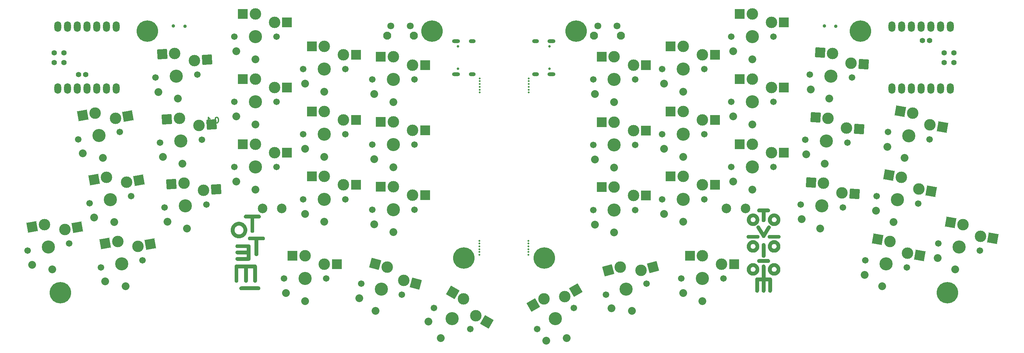
<source format=gbs>
G04 #@! TF.GenerationSoftware,KiCad,Pcbnew,8.0.5*
G04 #@! TF.CreationDate,2024-10-21T12:31:17+08:00*
G04 #@! TF.ProjectId,totem_0_3_usb_c,746f7465-6d5f-4305-9f33-5f7573625f63,0.3*
G04 #@! TF.SameCoordinates,Original*
G04 #@! TF.FileFunction,Soldermask,Bot*
G04 #@! TF.FilePolarity,Negative*
%FSLAX46Y46*%
G04 Gerber Fmt 4.6, Leading zero omitted, Abs format (unit mm)*
G04 Created by KiCad (PCBNEW 8.0.5) date 2024-10-21 12:31:17*
%MOMM*%
%LPD*%
G01*
G04 APERTURE LIST*
G04 Aperture macros list*
%AMRotRect*
0 Rectangle, with rotation*
0 The origin of the aperture is its center*
0 $1 length*
0 $2 width*
0 $3 Rotation angle, in degrees counterclockwise*
0 Add horizontal line*
21,1,$1,$2,0,0,$3*%
G04 Aperture macros list end*
%ADD10C,0.000000*%
%ADD11C,0.375000*%
%ADD12C,1.701800*%
%ADD13C,3.000000*%
%ADD14C,3.429000*%
%ADD15RotRect,2.600000X2.600000X10.000000*%
%ADD16C,2.032000*%
%ADD17R,2.600000X2.600000*%
%ADD18RotRect,2.600000X2.600000X4.000000*%
%ADD19C,0.500000*%
%ADD20RotRect,2.600000X2.600000X356.000000*%
%ADD21C,5.600000*%
%ADD22O,1.800000X2.750000*%
%ADD23C,1.397000*%
%ADD24C,2.500000*%
%ADD25RotRect,2.600000X2.600000X350.000000*%
%ADD26RotRect,2.600000X2.600000X345.000000*%
%ADD27C,0.650000*%
%ADD28O,2.100000X1.000000*%
%ADD29O,1.800000X1.000000*%
%ADD30C,0.900000*%
%ADD31C,1.800000*%
%ADD32C,2.100000*%
%ADD33RotRect,2.600000X2.600000X15.000000*%
%ADD34RotRect,2.600000X2.600000X30.000000*%
%ADD35RotRect,2.600000X2.600000X330.000000*%
G04 APERTURE END LIST*
D10*
G36*
X220552427Y-100317415D02*
G01*
X220635485Y-100323744D01*
X220717345Y-100334166D01*
X220797903Y-100348578D01*
X220877055Y-100366877D01*
X220954698Y-100388958D01*
X221030728Y-100414720D01*
X221105043Y-100444057D01*
X221177539Y-100476868D01*
X221248112Y-100513048D01*
X221316660Y-100552494D01*
X221383078Y-100595104D01*
X221447264Y-100640772D01*
X221509115Y-100689397D01*
X221568526Y-100740875D01*
X221625394Y-100795102D01*
X221679617Y-100851975D01*
X221731090Y-100911391D01*
X221779711Y-100973247D01*
X221825376Y-101037438D01*
X221867982Y-101103862D01*
X221907425Y-101172415D01*
X221943602Y-101242994D01*
X221976410Y-101315495D01*
X222005745Y-101389816D01*
X222031504Y-101465853D01*
X222053584Y-101543501D01*
X222071881Y-101622660D01*
X222086292Y-101703223D01*
X222096713Y-101785089D01*
X222103042Y-101868155D01*
X222105174Y-101952315D01*
X222103042Y-102036476D01*
X222096713Y-102119541D01*
X222086292Y-102201407D01*
X222071881Y-102281971D01*
X222053584Y-102361129D01*
X222031504Y-102438778D01*
X222005745Y-102514815D01*
X221976410Y-102589135D01*
X221943602Y-102661637D01*
X221907425Y-102732216D01*
X221867982Y-102800769D01*
X221825376Y-102867193D01*
X221779711Y-102931384D01*
X221731090Y-102993239D01*
X221679617Y-103052655D01*
X221625394Y-103109529D01*
X221568526Y-103163756D01*
X221509115Y-103215233D01*
X221447264Y-103263858D01*
X221383078Y-103309527D01*
X221316660Y-103352136D01*
X221248112Y-103391583D01*
X221177539Y-103427763D01*
X221105043Y-103460573D01*
X221030728Y-103489911D01*
X220954698Y-103515672D01*
X220877055Y-103537754D01*
X220797903Y-103556052D01*
X220717345Y-103570464D01*
X220635485Y-103580887D01*
X220552427Y-103587216D01*
X220468272Y-103589349D01*
X220384118Y-103587216D01*
X220301059Y-103580887D01*
X220219200Y-103570464D01*
X220138642Y-103556052D01*
X220059490Y-103537754D01*
X219981847Y-103515672D01*
X219905817Y-103489911D01*
X219831502Y-103460573D01*
X219759006Y-103427763D01*
X219688433Y-103391583D01*
X219619885Y-103352136D01*
X219553467Y-103309527D01*
X219489281Y-103263858D01*
X219427430Y-103215233D01*
X219368019Y-103163756D01*
X219311151Y-103109529D01*
X219256928Y-103052655D01*
X219205455Y-102993239D01*
X219156834Y-102931384D01*
X219111169Y-102867193D01*
X219068563Y-102800769D01*
X219029120Y-102732216D01*
X218992943Y-102661637D01*
X218960135Y-102589135D01*
X218930800Y-102514815D01*
X218905041Y-102438778D01*
X218882961Y-102361129D01*
X218864664Y-102281971D01*
X218850253Y-102201407D01*
X218839832Y-102119541D01*
X218833503Y-102036476D01*
X218831371Y-101952315D01*
X219829738Y-101952315D01*
X219830568Y-101985188D01*
X219833033Y-102017628D01*
X219837092Y-102049595D01*
X219842705Y-102081049D01*
X219849833Y-102111950D01*
X219858434Y-102142259D01*
X219868469Y-102171933D01*
X219879899Y-102200935D01*
X219892682Y-102229224D01*
X219906779Y-102256759D01*
X219922150Y-102283502D01*
X219938755Y-102309410D01*
X219956554Y-102334446D01*
X219975506Y-102358568D01*
X219995572Y-102381736D01*
X220016711Y-102403911D01*
X220038885Y-102425052D01*
X220062051Y-102445119D01*
X220086171Y-102464073D01*
X220111204Y-102481873D01*
X220137111Y-102498479D01*
X220163851Y-102513852D01*
X220191384Y-102527950D01*
X220219671Y-102540734D01*
X220248671Y-102552165D01*
X220278343Y-102562201D01*
X220308649Y-102570803D01*
X220339548Y-102577931D01*
X220371000Y-102583545D01*
X220402965Y-102587604D01*
X220435402Y-102590069D01*
X220468272Y-102590899D01*
X220501133Y-102590069D01*
X220533541Y-102587604D01*
X220565458Y-102583545D01*
X220596845Y-102577931D01*
X220627663Y-102570803D01*
X220657875Y-102562201D01*
X220687440Y-102552165D01*
X220716321Y-102540734D01*
X220744478Y-102527950D01*
X220771873Y-102513852D01*
X220798466Y-102498479D01*
X220824220Y-102481873D01*
X220849096Y-102464073D01*
X220873054Y-102445119D01*
X220896056Y-102425052D01*
X220918063Y-102403911D01*
X220939037Y-102381736D01*
X220958939Y-102358567D01*
X220977729Y-102334446D01*
X220995370Y-102309410D01*
X221011822Y-102283502D01*
X221027047Y-102256759D01*
X221041005Y-102229224D01*
X221053659Y-102200935D01*
X221064970Y-102171933D01*
X221074898Y-102142259D01*
X221083405Y-102111950D01*
X221090452Y-102081049D01*
X221096000Y-102049595D01*
X221100011Y-102017628D01*
X221102447Y-101985188D01*
X221103267Y-101952315D01*
X221102437Y-101919453D01*
X221099973Y-101887042D01*
X221095916Y-101855123D01*
X221090306Y-101823733D01*
X221083186Y-101792912D01*
X221074594Y-101762698D01*
X221064573Y-101733130D01*
X221053161Y-101704247D01*
X221040401Y-101676087D01*
X221026334Y-101648690D01*
X221010998Y-101622093D01*
X220994436Y-101596337D01*
X220976688Y-101571459D01*
X220957795Y-101547498D01*
X220937797Y-101524494D01*
X220916736Y-101502484D01*
X220894651Y-101481508D01*
X220871584Y-101461604D01*
X220847575Y-101442812D01*
X220822665Y-101425169D01*
X220796894Y-101408715D01*
X220770304Y-101393489D01*
X220742935Y-101379528D01*
X220714827Y-101366873D01*
X220686022Y-101355561D01*
X220656560Y-101345632D01*
X220626482Y-101337124D01*
X220595828Y-101330076D01*
X220564640Y-101324527D01*
X220532957Y-101320515D01*
X220500821Y-101318080D01*
X220468272Y-101317259D01*
X220435714Y-101318090D01*
X220403548Y-101320554D01*
X220371818Y-101324611D01*
X220340564Y-101330221D01*
X220309831Y-101337342D01*
X220279658Y-101345934D01*
X220250089Y-101355957D01*
X220221164Y-101367369D01*
X220192928Y-101380130D01*
X220165420Y-101394199D01*
X220138683Y-101409536D01*
X220112760Y-101426099D01*
X220087692Y-101443849D01*
X220063521Y-101462744D01*
X220040289Y-101482743D01*
X220018039Y-101503807D01*
X219996812Y-101525894D01*
X219976649Y-101548963D01*
X219957594Y-101572974D01*
X219939689Y-101597887D01*
X219922974Y-101623660D01*
X219907492Y-101650253D01*
X219893286Y-101677625D01*
X219880397Y-101705735D01*
X219868866Y-101734543D01*
X219858737Y-101764008D01*
X219850051Y-101794089D01*
X219842851Y-101824746D01*
X219837177Y-101855938D01*
X219833072Y-101887624D01*
X219830578Y-101919763D01*
X219829738Y-101952315D01*
X218831371Y-101952315D01*
X218833503Y-101868155D01*
X218839832Y-101785089D01*
X218850253Y-101703223D01*
X218864664Y-101622660D01*
X218882961Y-101543501D01*
X218905041Y-101465853D01*
X218930800Y-101389816D01*
X218960135Y-101315495D01*
X218992943Y-101242994D01*
X219029120Y-101172415D01*
X219068563Y-101103862D01*
X219111169Y-101037438D01*
X219156834Y-100973247D01*
X219205455Y-100911391D01*
X219256928Y-100851975D01*
X219311151Y-100795102D01*
X219368019Y-100740875D01*
X219427430Y-100689397D01*
X219489281Y-100640772D01*
X219553467Y-100595104D01*
X219619885Y-100552494D01*
X219688433Y-100513048D01*
X219759006Y-100476868D01*
X219831502Y-100444057D01*
X219905817Y-100414720D01*
X219981847Y-100388958D01*
X220059490Y-100366877D01*
X220138642Y-100348578D01*
X220219200Y-100334166D01*
X220301059Y-100323744D01*
X220384118Y-100317415D01*
X220468272Y-100315282D01*
X220552427Y-100317415D01*
G37*
G36*
X221672514Y-105911478D02*
G01*
X221698111Y-105913396D01*
X221723316Y-105916556D01*
X221748100Y-105920927D01*
X221772431Y-105926479D01*
X221796280Y-105933182D01*
X221819616Y-105941004D01*
X221842409Y-105949917D01*
X221864628Y-105959889D01*
X221886243Y-105970890D01*
X221907224Y-105982890D01*
X221927540Y-105995858D01*
X221947161Y-106009764D01*
X221966056Y-106024578D01*
X221984196Y-106040269D01*
X222001550Y-106056807D01*
X222018087Y-106074162D01*
X222033777Y-106092302D01*
X222048590Y-106111199D01*
X222062496Y-106130821D01*
X222075463Y-106151138D01*
X222087463Y-106172120D01*
X222098463Y-106193737D01*
X222108435Y-106215957D01*
X222117347Y-106238751D01*
X222125169Y-106262088D01*
X222131871Y-106285939D01*
X222137423Y-106310271D01*
X222141794Y-106335056D01*
X222144953Y-106360263D01*
X222146871Y-106385862D01*
X222147517Y-106411821D01*
X222146861Y-106437781D01*
X222144914Y-106463379D01*
X222141709Y-106488586D01*
X222137278Y-106513371D01*
X222131652Y-106537704D01*
X222124866Y-106561554D01*
X222116950Y-106584891D01*
X222107937Y-106607685D01*
X222097859Y-106629906D01*
X222086750Y-106651522D01*
X222074640Y-106672504D01*
X222061563Y-106692821D01*
X222047550Y-106712443D01*
X222032634Y-106731340D01*
X222016848Y-106749481D01*
X222000222Y-106766835D01*
X221982791Y-106783373D01*
X221964586Y-106799064D01*
X221945640Y-106813878D01*
X221925984Y-106827784D01*
X221905652Y-106840752D01*
X221884674Y-106852752D01*
X221863085Y-106863753D01*
X221840915Y-106873725D01*
X221818198Y-106882638D01*
X221794965Y-106890460D01*
X221771250Y-106897163D01*
X221747083Y-106902715D01*
X221722498Y-106907086D01*
X221697527Y-106910245D01*
X221672203Y-106912164D01*
X221646556Y-106912810D01*
X219282924Y-106912810D01*
X219256966Y-106912164D01*
X219231369Y-106910245D01*
X219206164Y-106907086D01*
X219181380Y-106902715D01*
X219157049Y-106897163D01*
X219133200Y-106890460D01*
X219109864Y-106882638D01*
X219087071Y-106873725D01*
X219064852Y-106863753D01*
X219043237Y-106852752D01*
X219022256Y-106840752D01*
X219001940Y-106827784D01*
X218982319Y-106813878D01*
X218963424Y-106799064D01*
X218945284Y-106783373D01*
X218927930Y-106766835D01*
X218911393Y-106749481D01*
X218895703Y-106731340D01*
X218880890Y-106712443D01*
X218866984Y-106692821D01*
X218854017Y-106672504D01*
X218842017Y-106651522D01*
X218831017Y-106629906D01*
X218821045Y-106607685D01*
X218812133Y-106584891D01*
X218804311Y-106561554D01*
X218797609Y-106537704D01*
X218792057Y-106513371D01*
X218787686Y-106488586D01*
X218784527Y-106463379D01*
X218782609Y-106437781D01*
X218781963Y-106411821D01*
X218782619Y-106385862D01*
X218784566Y-106360263D01*
X218787771Y-106335056D01*
X218792202Y-106310271D01*
X218797828Y-106285939D01*
X218804614Y-106262088D01*
X218812530Y-106238751D01*
X218821543Y-106215957D01*
X218831621Y-106193737D01*
X218842730Y-106172120D01*
X218854840Y-106151138D01*
X218867918Y-106130821D01*
X218881930Y-106111199D01*
X218896846Y-106092302D01*
X218912633Y-106074162D01*
X218929258Y-106056807D01*
X218946689Y-106040269D01*
X218964894Y-106024578D01*
X218983840Y-106009764D01*
X219003496Y-105995858D01*
X219023829Y-105982890D01*
X219044806Y-105970890D01*
X219066395Y-105959889D01*
X219088565Y-105949917D01*
X219111282Y-105941004D01*
X219134515Y-105933182D01*
X219158230Y-105926479D01*
X219182397Y-105920927D01*
X219206982Y-105916556D01*
X219231953Y-105913396D01*
X219257278Y-105911478D01*
X219282924Y-105910832D01*
X221646556Y-105910832D01*
X221672514Y-105911478D01*
G37*
G36*
X85075896Y-113645060D02*
G01*
X85101492Y-113647007D01*
X85126697Y-113650212D01*
X85151480Y-113654644D01*
X85175811Y-113660269D01*
X85199659Y-113667056D01*
X85222995Y-113674972D01*
X85245787Y-113683985D01*
X85268006Y-113694062D01*
X85289620Y-113705172D01*
X85310600Y-113717282D01*
X85330916Y-113730360D01*
X85350536Y-113744373D01*
X85369432Y-113759289D01*
X85387571Y-113775076D01*
X85404924Y-113791701D01*
X85421461Y-113809133D01*
X85437151Y-113827339D01*
X85451963Y-113846286D01*
X85465868Y-113865943D01*
X85478835Y-113886276D01*
X85490834Y-113907255D01*
X85501834Y-113928846D01*
X85511806Y-113951017D01*
X85520717Y-113973735D01*
X85528539Y-113996970D01*
X85535241Y-114020687D01*
X85540793Y-114044855D01*
X85545163Y-114069442D01*
X85548323Y-114094416D01*
X85550241Y-114119743D01*
X85550887Y-114145392D01*
X85550887Y-117902807D01*
X85550241Y-117928766D01*
X85548323Y-117954365D01*
X85545163Y-117979571D01*
X85540793Y-118004356D01*
X85535241Y-118028689D01*
X85528539Y-118052539D01*
X85520717Y-118075876D01*
X85511806Y-118098670D01*
X85501834Y-118120890D01*
X85490834Y-118142507D01*
X85478835Y-118163489D01*
X85465868Y-118183806D01*
X85451963Y-118203428D01*
X85437151Y-118222325D01*
X85421461Y-118240465D01*
X85404924Y-118257820D01*
X85387571Y-118274358D01*
X85369432Y-118290049D01*
X85350536Y-118304863D01*
X85330916Y-118318769D01*
X85310600Y-118331737D01*
X85289620Y-118343737D01*
X85268006Y-118354738D01*
X85245787Y-118364710D01*
X85222995Y-118373623D01*
X85199659Y-118381445D01*
X85175811Y-118388148D01*
X85151480Y-118393700D01*
X85126697Y-118398071D01*
X85101492Y-118401231D01*
X85075896Y-118403149D01*
X85049938Y-118403795D01*
X85023981Y-118403139D01*
X84998385Y-118401192D01*
X84973180Y-118397987D01*
X84948397Y-118393555D01*
X84924066Y-118387930D01*
X84900218Y-118381143D01*
X84876882Y-118373227D01*
X84854090Y-118364214D01*
X84831871Y-118354137D01*
X84810257Y-118343027D01*
X84789277Y-118330917D01*
X84768961Y-118317839D01*
X84749340Y-118303826D01*
X84730445Y-118288910D01*
X84712306Y-118273123D01*
X84694953Y-118256497D01*
X84678416Y-118239066D01*
X84662726Y-118220860D01*
X84647914Y-118201913D01*
X84634009Y-118182256D01*
X84621042Y-118161922D01*
X84609043Y-118140944D01*
X84598043Y-118119353D01*
X84588071Y-118097182D01*
X84579160Y-118074464D01*
X84571338Y-118051229D01*
X84564636Y-118027512D01*
X84559084Y-118003344D01*
X84554714Y-117978757D01*
X84551554Y-117953783D01*
X84549636Y-117928456D01*
X84548990Y-117902807D01*
X84548990Y-114646380D01*
X83190785Y-114646380D01*
X83190785Y-117902807D01*
X83190139Y-117928766D01*
X83188221Y-117954365D01*
X83185062Y-117979571D01*
X83180691Y-118004356D01*
X83175139Y-118028689D01*
X83168437Y-118052539D01*
X83160615Y-118075876D01*
X83151704Y-118098670D01*
X83141732Y-118120890D01*
X83130732Y-118142507D01*
X83118733Y-118163489D01*
X83105766Y-118183806D01*
X83091861Y-118203428D01*
X83077049Y-118222325D01*
X83061359Y-118240465D01*
X83044822Y-118257820D01*
X83027469Y-118274358D01*
X83009330Y-118290049D01*
X82990434Y-118304863D01*
X82970814Y-118318769D01*
X82950498Y-118331737D01*
X82929518Y-118343737D01*
X82907904Y-118354738D01*
X82885685Y-118364710D01*
X82862893Y-118373623D01*
X82839557Y-118381445D01*
X82815709Y-118388148D01*
X82791378Y-118393700D01*
X82766595Y-118398071D01*
X82741390Y-118401231D01*
X82715794Y-118403149D01*
X82689837Y-118403795D01*
X82663879Y-118403139D01*
X82638283Y-118401192D01*
X82613078Y-118397987D01*
X82588295Y-118393555D01*
X82563964Y-118387930D01*
X82540116Y-118381143D01*
X82516780Y-118373227D01*
X82493988Y-118364214D01*
X82471770Y-118354137D01*
X82450155Y-118343027D01*
X82429175Y-118330917D01*
X82408859Y-118317839D01*
X82389239Y-118303826D01*
X82370344Y-118288910D01*
X82352204Y-118273123D01*
X82334851Y-118256497D01*
X82318314Y-118239066D01*
X82302625Y-118220860D01*
X82287812Y-118201913D01*
X82273907Y-118182256D01*
X82260940Y-118161922D01*
X82248941Y-118140944D01*
X82237941Y-118119353D01*
X82227970Y-118097182D01*
X82219058Y-118074464D01*
X82211236Y-118051229D01*
X82204534Y-118027512D01*
X82198983Y-118003344D01*
X82194612Y-117978757D01*
X82191452Y-117953783D01*
X82189534Y-117928456D01*
X82188888Y-117902807D01*
X82188888Y-114646381D01*
X80710738Y-114646381D01*
X80710738Y-117902807D01*
X80710092Y-117928767D01*
X80708174Y-117954365D01*
X80705014Y-117979572D01*
X80700643Y-118004357D01*
X80695092Y-118028690D01*
X80688390Y-118052540D01*
X80680568Y-118075877D01*
X80671656Y-118098671D01*
X80661685Y-118120891D01*
X80650685Y-118142508D01*
X80638686Y-118163490D01*
X80625719Y-118183807D01*
X80611814Y-118203429D01*
X80597001Y-118222325D01*
X80581312Y-118240466D01*
X80564775Y-118257821D01*
X80547422Y-118274359D01*
X80529282Y-118290050D01*
X80510387Y-118304863D01*
X80490767Y-118318770D01*
X80470451Y-118331738D01*
X80449471Y-118343738D01*
X80427856Y-118354739D01*
X80405638Y-118364711D01*
X80382845Y-118373623D01*
X80359510Y-118381446D01*
X80335662Y-118388148D01*
X80311331Y-118393700D01*
X80286548Y-118398071D01*
X80261343Y-118401231D01*
X80235747Y-118403149D01*
X80209789Y-118403795D01*
X80183832Y-118403139D01*
X80158236Y-118401192D01*
X80133031Y-118397987D01*
X80108248Y-118393555D01*
X80083917Y-118387930D01*
X80060069Y-118381143D01*
X80036733Y-118373227D01*
X80013941Y-118364214D01*
X79991722Y-118354137D01*
X79970108Y-118343027D01*
X79949128Y-118330917D01*
X79928812Y-118317839D01*
X79909192Y-118303826D01*
X79890296Y-118288910D01*
X79872157Y-118273123D01*
X79854804Y-118256497D01*
X79838267Y-118239066D01*
X79822577Y-118220860D01*
X79807765Y-118201913D01*
X79793860Y-118182256D01*
X79780893Y-118161922D01*
X79768894Y-118140944D01*
X79757894Y-118119353D01*
X79747922Y-118097182D01*
X79739011Y-118074464D01*
X79731189Y-118051229D01*
X79724487Y-118027512D01*
X79718935Y-118003344D01*
X79714565Y-117978757D01*
X79711405Y-117953783D01*
X79709487Y-117928456D01*
X79708841Y-117902807D01*
X79708841Y-114646380D01*
X79708841Y-114145392D01*
X79709497Y-114119433D01*
X79711444Y-114093835D01*
X79714649Y-114068628D01*
X79719080Y-114043843D01*
X79724705Y-114019510D01*
X79731491Y-113995660D01*
X79739406Y-113972323D01*
X79748419Y-113949529D01*
X79758495Y-113927308D01*
X79769604Y-113905692D01*
X79781713Y-113884710D01*
X79794790Y-113864393D01*
X79808802Y-113844771D01*
X79823717Y-113825874D01*
X79839503Y-113807734D01*
X79856127Y-113790379D01*
X79873557Y-113773841D01*
X79891761Y-113758150D01*
X79910707Y-113743336D01*
X79930362Y-113729430D01*
X79950694Y-113716462D01*
X79971671Y-113704462D01*
X79993260Y-113693461D01*
X80015429Y-113683489D01*
X80038146Y-113674576D01*
X80061379Y-113666754D01*
X80085094Y-113660051D01*
X80109261Y-113654499D01*
X80133846Y-113650128D01*
X80158817Y-113646968D01*
X80184142Y-113645050D01*
X80209789Y-113644404D01*
X85049938Y-113644404D01*
X85075896Y-113645060D01*
G37*
G36*
X215049055Y-113283144D02*
G01*
X215132113Y-113289473D01*
X215213973Y-113299896D01*
X215294531Y-113314308D01*
X215373683Y-113332606D01*
X215451325Y-113354688D01*
X215527356Y-113380449D01*
X215601671Y-113409787D01*
X215674166Y-113442597D01*
X215744740Y-113478777D01*
X215813288Y-113518224D01*
X215879706Y-113560833D01*
X215943892Y-113606502D01*
X216005742Y-113655127D01*
X216065153Y-113706604D01*
X216122022Y-113760832D01*
X216176245Y-113817705D01*
X216227718Y-113877121D01*
X216276339Y-113938976D01*
X216322004Y-114003167D01*
X216364610Y-114069591D01*
X216404053Y-114138144D01*
X216440230Y-114208723D01*
X216473038Y-114281224D01*
X216502373Y-114355545D01*
X216528132Y-114431582D01*
X216550212Y-114509230D01*
X216568509Y-114588388D01*
X216582919Y-114668952D01*
X216593341Y-114750818D01*
X216599670Y-114833883D01*
X216601802Y-114918044D01*
X216599670Y-115002205D01*
X216593341Y-115085270D01*
X216582919Y-115167136D01*
X216568509Y-115247699D01*
X216550212Y-115326857D01*
X216528132Y-115404507D01*
X216502373Y-115480543D01*
X216473038Y-115554864D01*
X216440230Y-115627365D01*
X216404053Y-115697944D01*
X216364610Y-115766497D01*
X216322004Y-115832921D01*
X216276339Y-115897113D01*
X216227718Y-115958968D01*
X216176245Y-116018384D01*
X216122022Y-116075257D01*
X216065153Y-116129484D01*
X216005742Y-116180962D01*
X215943892Y-116229587D01*
X215879706Y-116275256D01*
X215813288Y-116317865D01*
X215744740Y-116357312D01*
X215674166Y-116393492D01*
X215601671Y-116426303D01*
X215527356Y-116455640D01*
X215451325Y-116481402D01*
X215373683Y-116503483D01*
X215294531Y-116521782D01*
X215213973Y-116536194D01*
X215132113Y-116546616D01*
X215049055Y-116552946D01*
X214964900Y-116555078D01*
X214880746Y-116552946D01*
X214797687Y-116546616D01*
X214715827Y-116536194D01*
X214635269Y-116521782D01*
X214556117Y-116503483D01*
X214478474Y-116481402D01*
X214402443Y-116455640D01*
X214328127Y-116426303D01*
X214255631Y-116393492D01*
X214185057Y-116357312D01*
X214116509Y-116317865D01*
X214050090Y-116275256D01*
X213985903Y-116229587D01*
X213924052Y-116180962D01*
X213864640Y-116129484D01*
X213807771Y-116075257D01*
X213753548Y-116018384D01*
X213702073Y-115958968D01*
X213653452Y-115897113D01*
X213607786Y-115832921D01*
X213565180Y-115766497D01*
X213525736Y-115697944D01*
X213489558Y-115627365D01*
X213456750Y-115554864D01*
X213427414Y-115480543D01*
X213401655Y-115404507D01*
X213379575Y-115326857D01*
X213361277Y-115247699D01*
X213346866Y-115167136D01*
X213336445Y-115085270D01*
X213330116Y-115002205D01*
X213327983Y-114918044D01*
X214329890Y-114918044D01*
X214330721Y-114950606D01*
X214333185Y-114982775D01*
X214337242Y-115014509D01*
X214342851Y-115045765D01*
X214349972Y-115076501D01*
X214358563Y-115106677D01*
X214368585Y-115136249D01*
X214379996Y-115165175D01*
X214392756Y-115193415D01*
X214406824Y-115220925D01*
X214422160Y-115247663D01*
X214438722Y-115273589D01*
X214456470Y-115298659D01*
X214475363Y-115322831D01*
X214495362Y-115346065D01*
X214516423Y-115368317D01*
X214538509Y-115389545D01*
X214561576Y-115409709D01*
X214585586Y-115428765D01*
X214610496Y-115446672D01*
X214636268Y-115463388D01*
X214662858Y-115478870D01*
X214690228Y-115493078D01*
X214718337Y-115505968D01*
X214747143Y-115517498D01*
X214776605Y-115527628D01*
X214806685Y-115536314D01*
X214837339Y-115543516D01*
X214868529Y-115549190D01*
X214900213Y-115553295D01*
X214932350Y-115555788D01*
X214964900Y-115556629D01*
X214997459Y-115555798D01*
X215029625Y-115553333D01*
X215061355Y-115549274D01*
X215092608Y-115543661D01*
X215123341Y-115536533D01*
X215153513Y-115527930D01*
X215183082Y-115517894D01*
X215212006Y-115506464D01*
X215240242Y-115493679D01*
X215267749Y-115479581D01*
X215294485Y-115464209D01*
X215320408Y-115447603D01*
X215345475Y-115429802D01*
X215369645Y-115410849D01*
X215392876Y-115390781D01*
X215415126Y-115369640D01*
X215436353Y-115347465D01*
X215456514Y-115324297D01*
X215475569Y-115300175D01*
X215493474Y-115275139D01*
X215510188Y-115249230D01*
X215525669Y-115222488D01*
X215539875Y-115194953D01*
X215552763Y-115166664D01*
X215564293Y-115137662D01*
X215574422Y-115107987D01*
X215583107Y-115077679D01*
X215590308Y-115046778D01*
X215595981Y-115015324D01*
X215600086Y-114983357D01*
X215602579Y-114950917D01*
X215603420Y-114918044D01*
X215602589Y-114885181D01*
X215600124Y-114852771D01*
X215596065Y-114820851D01*
X215590452Y-114789462D01*
X215583325Y-114758640D01*
X215574724Y-114728426D01*
X215564688Y-114698858D01*
X215553259Y-114669975D01*
X215540476Y-114641816D01*
X215526379Y-114614418D01*
X215511008Y-114587822D01*
X215494403Y-114562065D01*
X215476605Y-114537187D01*
X215457653Y-114513227D01*
X215437587Y-114490222D01*
X215416448Y-114468213D01*
X215394275Y-114447237D01*
X215371109Y-114427333D01*
X215346990Y-114408541D01*
X215321957Y-114390898D01*
X215296051Y-114374444D01*
X215269311Y-114359218D01*
X215241779Y-114345257D01*
X215213493Y-114332602D01*
X215184494Y-114321290D01*
X215154822Y-114311361D01*
X215124517Y-114302853D01*
X215093620Y-114295805D01*
X215062169Y-114290256D01*
X215030205Y-114286244D01*
X214997769Y-114283809D01*
X214964900Y-114282988D01*
X214932040Y-114283819D01*
X214899632Y-114286283D01*
X214867715Y-114290340D01*
X214836327Y-114295950D01*
X214805508Y-114303071D01*
X214775297Y-114311664D01*
X214745731Y-114321686D01*
X214716850Y-114333098D01*
X214688692Y-114345859D01*
X214661297Y-114359929D01*
X214634702Y-114375265D01*
X214608948Y-114391829D01*
X214584071Y-114409578D01*
X214560113Y-114428473D01*
X214537110Y-114448473D01*
X214515102Y-114469536D01*
X214494127Y-114491623D01*
X214474225Y-114514693D01*
X214455434Y-114538704D01*
X214437792Y-114563616D01*
X214421340Y-114589389D01*
X214406114Y-114615982D01*
X214392155Y-114643354D01*
X214379501Y-114671464D01*
X214368190Y-114700272D01*
X214358261Y-114729737D01*
X214349754Y-114759818D01*
X214342706Y-114790475D01*
X214337158Y-114821667D01*
X214333146Y-114853352D01*
X214330711Y-114885492D01*
X214329890Y-114918044D01*
X213327983Y-114918044D01*
X213330116Y-114833883D01*
X213336444Y-114750818D01*
X213346866Y-114668952D01*
X213361277Y-114588388D01*
X213379574Y-114509230D01*
X213401653Y-114431582D01*
X213427413Y-114355545D01*
X213456748Y-114281224D01*
X213489556Y-114208723D01*
X213525733Y-114138144D01*
X213565176Y-114069591D01*
X213607782Y-114003167D01*
X213653447Y-113938976D01*
X213702068Y-113877121D01*
X213753542Y-113817705D01*
X213807765Y-113760832D01*
X213864634Y-113706604D01*
X213924046Y-113655127D01*
X213985896Y-113606502D01*
X214050083Y-113560833D01*
X214116502Y-113518224D01*
X214185050Y-113478777D01*
X214255624Y-113442597D01*
X214328121Y-113409787D01*
X214402437Y-113380449D01*
X214478468Y-113354688D01*
X214556112Y-113332606D01*
X214635265Y-113314308D01*
X214715823Y-113299896D01*
X214797685Y-113289473D01*
X214880745Y-113283144D01*
X214964900Y-113281011D01*
X215049055Y-113283144D01*
G37*
G36*
X217742551Y-108053038D02*
G01*
X217768146Y-108054985D01*
X217793350Y-108058191D01*
X217818133Y-108062622D01*
X217842463Y-108068247D01*
X217866311Y-108075034D01*
X217889646Y-108082950D01*
X217912438Y-108091963D01*
X217934656Y-108102041D01*
X217956270Y-108113151D01*
X217977251Y-108125261D01*
X217997566Y-108138338D01*
X218017187Y-108152351D01*
X218036082Y-108167267D01*
X218054221Y-108183054D01*
X218071575Y-108199680D01*
X218088111Y-108217112D01*
X218103801Y-108235317D01*
X218118614Y-108254265D01*
X218132519Y-108273921D01*
X218145487Y-108294255D01*
X218157486Y-108315234D01*
X218168486Y-108336824D01*
X218178458Y-108358995D01*
X218187370Y-108381714D01*
X218195192Y-108404948D01*
X218201894Y-108428666D01*
X218207445Y-108452834D01*
X218211816Y-108477421D01*
X218214976Y-108502395D01*
X218216894Y-108527722D01*
X218217540Y-108553371D01*
X218217540Y-111404068D01*
X218216884Y-111430027D01*
X218214937Y-111455625D01*
X218211732Y-111480832D01*
X218207301Y-111505617D01*
X218201676Y-111529950D01*
X218194890Y-111553800D01*
X218186974Y-111577137D01*
X218177962Y-111599931D01*
X218167885Y-111622152D01*
X218156776Y-111643768D01*
X218144667Y-111664750D01*
X218131590Y-111685067D01*
X218117578Y-111704689D01*
X218102663Y-111723586D01*
X218086877Y-111741727D01*
X218070253Y-111759081D01*
X218052822Y-111775619D01*
X218034618Y-111791310D01*
X218015672Y-111806124D01*
X217996017Y-111820030D01*
X217975685Y-111832998D01*
X217954709Y-111844998D01*
X217933120Y-111855999D01*
X217910951Y-111865971D01*
X217888234Y-111874884D01*
X217865002Y-111882706D01*
X217841287Y-111889409D01*
X217817121Y-111894961D01*
X217792536Y-111899332D01*
X217767565Y-111902492D01*
X217742240Y-111904410D01*
X217716594Y-111905056D01*
X217690636Y-111904400D01*
X217665039Y-111902453D01*
X217639834Y-111899248D01*
X217615050Y-111894816D01*
X217590719Y-111889191D01*
X217566870Y-111882404D01*
X217543534Y-111874488D01*
X217520741Y-111865475D01*
X217498522Y-111855397D01*
X217476907Y-111844288D01*
X217455926Y-111832178D01*
X217435610Y-111819100D01*
X217415989Y-111805087D01*
X217397094Y-111790171D01*
X217378954Y-111774384D01*
X217361600Y-111757758D01*
X217345063Y-111740326D01*
X217329373Y-111722121D01*
X217314560Y-111703173D01*
X217300654Y-111683517D01*
X217287687Y-111663183D01*
X217275687Y-111642205D01*
X217264687Y-111620614D01*
X217254715Y-111598443D01*
X217245803Y-111575724D01*
X217237981Y-111552490D01*
X217231279Y-111528773D01*
X217225727Y-111504604D01*
X217221356Y-111480017D01*
X217218197Y-111455044D01*
X217216279Y-111429717D01*
X217215633Y-111404068D01*
X217215633Y-108553371D01*
X217216279Y-108527412D01*
X217218197Y-108501813D01*
X217221356Y-108476606D01*
X217225727Y-108451821D01*
X217231279Y-108427488D01*
X217237981Y-108403638D01*
X217245803Y-108380301D01*
X217254715Y-108357507D01*
X217264687Y-108335286D01*
X217275687Y-108313670D01*
X217287687Y-108292688D01*
X217300654Y-108272371D01*
X217314560Y-108252749D01*
X217329373Y-108233852D01*
X217345063Y-108215711D01*
X217361600Y-108198357D01*
X217378954Y-108181819D01*
X217397094Y-108166128D01*
X217415989Y-108151314D01*
X217435610Y-108137408D01*
X217455926Y-108124440D01*
X217476907Y-108112440D01*
X217498522Y-108101439D01*
X217520741Y-108091467D01*
X217543534Y-108082554D01*
X217566870Y-108074732D01*
X217590719Y-108068029D01*
X217615050Y-108062477D01*
X217639834Y-108058106D01*
X217665039Y-108054947D01*
X217690636Y-108053028D01*
X217716594Y-108052382D01*
X217742551Y-108053038D01*
G37*
G36*
X216176205Y-105911478D02*
G01*
X216201801Y-105913396D01*
X216227005Y-105916556D01*
X216251787Y-105920927D01*
X216276118Y-105926479D01*
X216299965Y-105933182D01*
X216323301Y-105941004D01*
X216346093Y-105949917D01*
X216368311Y-105959889D01*
X216389925Y-105970890D01*
X216410905Y-105982890D01*
X216431221Y-105995858D01*
X216450841Y-106009764D01*
X216469737Y-106024578D01*
X216487876Y-106040269D01*
X216505229Y-106056807D01*
X216521766Y-106074162D01*
X216537456Y-106092302D01*
X216552269Y-106111199D01*
X216566174Y-106130821D01*
X216579141Y-106151138D01*
X216591141Y-106172120D01*
X216602141Y-106193737D01*
X216612112Y-106215957D01*
X216621024Y-106238751D01*
X216628846Y-106262088D01*
X216635549Y-106285939D01*
X216641100Y-106310271D01*
X216645471Y-106335056D01*
X216648631Y-106360263D01*
X216650549Y-106385862D01*
X216651195Y-106411821D01*
X216650539Y-106437781D01*
X216648592Y-106463379D01*
X216645387Y-106488586D01*
X216640956Y-106513371D01*
X216635331Y-106537704D01*
X216628545Y-106561554D01*
X216620629Y-106584891D01*
X216611617Y-106607685D01*
X216601540Y-106629906D01*
X216590431Y-106651522D01*
X216578321Y-106672504D01*
X216565245Y-106692821D01*
X216551233Y-106712443D01*
X216536318Y-106731340D01*
X216520532Y-106749481D01*
X216503907Y-106766835D01*
X216486477Y-106783373D01*
X216468273Y-106799064D01*
X216449327Y-106813878D01*
X216429672Y-106827784D01*
X216409340Y-106840752D01*
X216388363Y-106852752D01*
X216366774Y-106863753D01*
X216344605Y-106873725D01*
X216321889Y-106882638D01*
X216298657Y-106890460D01*
X216274941Y-106897163D01*
X216250775Y-106902715D01*
X216226191Y-106907086D01*
X216201220Y-106910245D01*
X216175895Y-106912164D01*
X216150249Y-106912810D01*
X213786601Y-106912810D01*
X213760645Y-106912164D01*
X213735049Y-106910245D01*
X213709845Y-106907086D01*
X213685063Y-106902715D01*
X213660733Y-106897163D01*
X213636885Y-106890460D01*
X213613549Y-106882638D01*
X213590758Y-106873725D01*
X213568539Y-106863753D01*
X213546925Y-106852752D01*
X213525945Y-106840752D01*
X213505629Y-106827784D01*
X213486009Y-106813878D01*
X213467114Y-106799064D01*
X213448974Y-106783373D01*
X213431621Y-106766835D01*
X213415084Y-106749481D01*
X213399394Y-106731340D01*
X213384581Y-106712443D01*
X213370676Y-106692821D01*
X213357709Y-106672504D01*
X213345710Y-106651522D01*
X213334709Y-106629906D01*
X213324738Y-106607685D01*
X213315826Y-106584891D01*
X213308004Y-106561554D01*
X213301301Y-106537704D01*
X213295750Y-106513371D01*
X213291379Y-106488586D01*
X213288219Y-106463379D01*
X213286301Y-106437781D01*
X213285655Y-106411821D01*
X213286311Y-106385862D01*
X213288258Y-106360263D01*
X213291463Y-106335056D01*
X213295894Y-106310271D01*
X213301519Y-106285939D01*
X213308306Y-106262088D01*
X213316221Y-106238751D01*
X213325233Y-106215957D01*
X213335310Y-106193737D01*
X213346419Y-106172120D01*
X213358529Y-106151138D01*
X213371605Y-106130821D01*
X213385617Y-106111199D01*
X213400532Y-106092302D01*
X213416318Y-106074162D01*
X213432943Y-106056807D01*
X213450373Y-106040269D01*
X213468577Y-106024578D01*
X213487523Y-106009764D01*
X213507178Y-105995858D01*
X213527510Y-105982890D01*
X213548487Y-105970890D01*
X213570076Y-105959889D01*
X213592245Y-105949917D01*
X213614961Y-105941004D01*
X213638194Y-105933182D01*
X213661909Y-105926479D01*
X213686075Y-105920927D01*
X213710659Y-105916556D01*
X213735630Y-105913396D01*
X213760955Y-105911478D01*
X213786601Y-105910832D01*
X216150249Y-105910832D01*
X216176205Y-105911478D01*
G37*
G36*
X86095121Y-100633455D02*
G01*
X86120446Y-100635373D01*
X86145418Y-100638533D01*
X86170003Y-100642904D01*
X86194169Y-100648456D01*
X86217885Y-100655158D01*
X86241117Y-100662981D01*
X86263834Y-100671893D01*
X86286003Y-100681865D01*
X86307592Y-100692866D01*
X86328569Y-100704866D01*
X86348901Y-100717834D01*
X86368556Y-100731740D01*
X86387502Y-100746554D01*
X86405706Y-100762245D01*
X86423136Y-100778784D01*
X86439761Y-100796138D01*
X86455547Y-100814279D01*
X86470462Y-100833176D01*
X86484474Y-100852798D01*
X86497550Y-100873115D01*
X86509659Y-100894097D01*
X86520768Y-100915713D01*
X86530845Y-100937933D01*
X86539857Y-100960728D01*
X86547772Y-100984065D01*
X86554559Y-101007915D01*
X86560183Y-101032248D01*
X86564615Y-101057033D01*
X86567820Y-101082240D01*
X86569766Y-101107838D01*
X86570422Y-101133798D01*
X86569776Y-101159757D01*
X86567858Y-101185355D01*
X86564699Y-101210562D01*
X86560328Y-101235347D01*
X86554777Y-101259680D01*
X86548075Y-101283530D01*
X86540253Y-101306868D01*
X86531341Y-101329662D01*
X86521370Y-101351882D01*
X86510370Y-101373498D01*
X86498371Y-101394480D01*
X86485404Y-101414797D01*
X86471499Y-101434420D01*
X86456686Y-101453316D01*
X86440996Y-101471457D01*
X86424460Y-101488812D01*
X86407106Y-101505350D01*
X86388967Y-101521041D01*
X86370072Y-101535854D01*
X86350452Y-101549761D01*
X86330136Y-101562729D01*
X86309156Y-101574729D01*
X86287541Y-101585730D01*
X86265322Y-101595702D01*
X86242530Y-101604614D01*
X86219195Y-101612437D01*
X86195347Y-101619139D01*
X86171016Y-101624691D01*
X86146233Y-101629062D01*
X86121028Y-101632222D01*
X86095431Y-101634140D01*
X86069474Y-101634786D01*
X84848853Y-101634786D01*
X84848853Y-104884157D01*
X84848207Y-104909806D01*
X84846289Y-104935133D01*
X84843129Y-104960107D01*
X84838759Y-104984694D01*
X84833207Y-105008862D01*
X84826505Y-105032580D01*
X84818683Y-105055814D01*
X84809771Y-105078533D01*
X84799800Y-105100704D01*
X84788800Y-105122295D01*
X84776801Y-105143273D01*
X84763834Y-105163607D01*
X84749929Y-105183263D01*
X84735117Y-105202211D01*
X84719427Y-105220416D01*
X84702890Y-105237848D01*
X84685537Y-105254474D01*
X84667397Y-105270261D01*
X84648502Y-105285177D01*
X84628882Y-105299190D01*
X84608566Y-105312267D01*
X84587586Y-105324377D01*
X84565971Y-105335487D01*
X84543753Y-105345565D01*
X84520961Y-105354578D01*
X84497625Y-105362494D01*
X84473777Y-105369281D01*
X84449446Y-105374906D01*
X84424663Y-105379337D01*
X84399458Y-105382542D01*
X84373862Y-105384489D01*
X84347904Y-105385145D01*
X84321947Y-105384499D01*
X84296351Y-105382581D01*
X84271146Y-105379421D01*
X84246363Y-105375050D01*
X84222032Y-105369499D01*
X84198184Y-105362796D01*
X84174848Y-105354973D01*
X84152056Y-105346061D01*
X84129838Y-105336089D01*
X84108223Y-105325088D01*
X84087243Y-105313088D01*
X84066927Y-105300120D01*
X84047307Y-105286214D01*
X84028412Y-105271400D01*
X84010272Y-105255709D01*
X83992919Y-105239171D01*
X83976383Y-105221816D01*
X83960693Y-105203676D01*
X83945880Y-105184779D01*
X83931975Y-105165157D01*
X83919008Y-105144840D01*
X83907009Y-105123858D01*
X83896009Y-105102242D01*
X83886038Y-105080021D01*
X83877126Y-105057227D01*
X83869304Y-105033890D01*
X83862602Y-105010040D01*
X83857051Y-104985707D01*
X83852680Y-104960922D01*
X83849520Y-104935715D01*
X83847603Y-104910116D01*
X83846956Y-104884157D01*
X83846956Y-101634786D01*
X82626336Y-101634786D01*
X82600689Y-101634140D01*
X82575363Y-101632222D01*
X82550392Y-101629062D01*
X82525807Y-101624691D01*
X82501641Y-101619139D01*
X82477925Y-101612437D01*
X82454693Y-101604614D01*
X82431976Y-101595702D01*
X82409807Y-101585730D01*
X82388218Y-101574729D01*
X82367241Y-101562729D01*
X82346909Y-101549761D01*
X82327254Y-101535854D01*
X82308308Y-101521041D01*
X82290104Y-101505350D01*
X82272673Y-101488812D01*
X82256049Y-101471457D01*
X82240263Y-101453316D01*
X82225348Y-101434420D01*
X82211336Y-101414797D01*
X82198260Y-101394480D01*
X82186151Y-101373498D01*
X82175042Y-101351882D01*
X82164965Y-101329662D01*
X82155953Y-101306868D01*
X82148037Y-101283530D01*
X82141251Y-101259680D01*
X82135626Y-101235347D01*
X82131195Y-101210562D01*
X82127990Y-101185355D01*
X82126044Y-101159757D01*
X82125387Y-101133798D01*
X82128916Y-101133798D01*
X82129562Y-101108148D01*
X82131480Y-101082821D01*
X82134639Y-101057848D01*
X82139010Y-101033261D01*
X82144561Y-101009092D01*
X82151263Y-100985375D01*
X82159085Y-100962141D01*
X82167997Y-100939422D01*
X82177968Y-100917251D01*
X82188968Y-100895660D01*
X82200967Y-100874682D01*
X82213934Y-100854348D01*
X82227839Y-100834691D01*
X82242652Y-100815744D01*
X82258342Y-100797538D01*
X82274879Y-100780107D01*
X82292232Y-100763481D01*
X82310371Y-100747694D01*
X82329266Y-100732778D01*
X82348887Y-100718765D01*
X82369202Y-100705687D01*
X82390182Y-100693577D01*
X82411797Y-100682467D01*
X82434016Y-100672390D01*
X82456808Y-100663377D01*
X82480143Y-100655461D01*
X82503991Y-100648674D01*
X82528322Y-100643049D01*
X82553105Y-100638617D01*
X82578310Y-100635412D01*
X82603907Y-100633465D01*
X82629864Y-100632809D01*
X86069474Y-100632809D01*
X86095121Y-100633455D01*
G37*
G36*
X218924360Y-99021118D02*
G01*
X218949957Y-99023036D01*
X218975162Y-99026196D01*
X218999946Y-99030567D01*
X219024277Y-99036119D01*
X219048126Y-99042821D01*
X219071462Y-99050644D01*
X219094255Y-99059557D01*
X219116474Y-99069528D01*
X219138089Y-99080530D01*
X219159070Y-99092529D01*
X219179386Y-99105497D01*
X219199007Y-99119404D01*
X219217903Y-99134218D01*
X219236043Y-99149909D01*
X219253396Y-99166447D01*
X219269933Y-99183801D01*
X219285624Y-99201942D01*
X219300437Y-99220839D01*
X219314342Y-99240461D01*
X219327310Y-99260778D01*
X219339309Y-99281760D01*
X219350310Y-99303376D01*
X219360281Y-99325597D01*
X219369193Y-99348390D01*
X219377015Y-99371728D01*
X219383718Y-99395578D01*
X219389269Y-99419911D01*
X219393640Y-99444696D01*
X219396800Y-99469903D01*
X219398718Y-99495501D01*
X219399364Y-99521461D01*
X219398708Y-99547420D01*
X219396761Y-99573018D01*
X219393556Y-99598225D01*
X219389125Y-99623010D01*
X219383500Y-99647343D01*
X219376713Y-99671193D01*
X219368798Y-99694531D01*
X219359785Y-99717325D01*
X219349708Y-99739545D01*
X219338599Y-99761161D01*
X219326490Y-99782143D01*
X219313413Y-99802461D01*
X219299401Y-99822083D01*
X219284485Y-99840979D01*
X219268699Y-99859120D01*
X219252075Y-99876475D01*
X219234644Y-99893013D01*
X219216439Y-99908704D01*
X219197493Y-99923518D01*
X219177837Y-99937424D01*
X219157505Y-99950392D01*
X219136527Y-99962392D01*
X219114938Y-99973393D01*
X219092768Y-99983365D01*
X219070050Y-99992277D01*
X219046817Y-100000100D01*
X219023101Y-100006802D01*
X218998934Y-100012354D01*
X218974348Y-100016725D01*
X218949376Y-100019885D01*
X218924050Y-100021803D01*
X218898402Y-100022449D01*
X218217540Y-100022449D01*
X218217540Y-102104024D01*
X218216894Y-102129983D01*
X218214976Y-102155582D01*
X218211816Y-102180788D01*
X218207445Y-102205573D01*
X218201894Y-102229906D01*
X218195192Y-102253756D01*
X218187370Y-102277094D01*
X218178458Y-102299888D01*
X218168486Y-102322108D01*
X218157486Y-102343725D01*
X218145487Y-102364706D01*
X218132519Y-102385024D01*
X218118614Y-102404646D01*
X218103801Y-102423542D01*
X218088111Y-102441683D01*
X218071575Y-102459038D01*
X218054221Y-102475576D01*
X218036082Y-102491267D01*
X218017187Y-102506081D01*
X217997566Y-102519987D01*
X217977251Y-102532955D01*
X217956270Y-102544955D01*
X217934656Y-102555956D01*
X217912438Y-102565928D01*
X217889646Y-102574840D01*
X217866311Y-102582663D01*
X217842463Y-102589365D01*
X217818133Y-102594917D01*
X217793350Y-102599288D01*
X217768146Y-102602448D01*
X217742551Y-102604366D01*
X217716594Y-102605012D01*
X217690636Y-102604356D01*
X217665039Y-102602409D01*
X217639834Y-102599204D01*
X217615050Y-102594773D01*
X217590719Y-102589147D01*
X217566870Y-102582361D01*
X217543534Y-102574445D01*
X217520741Y-102565432D01*
X217498522Y-102555354D01*
X217476907Y-102544244D01*
X217455926Y-102532134D01*
X217435610Y-102519057D01*
X217415989Y-102505043D01*
X217397094Y-102490127D01*
X217378954Y-102474340D01*
X217361600Y-102457715D01*
X217345063Y-102440283D01*
X217329373Y-102422077D01*
X217314560Y-102403130D01*
X217300654Y-102383473D01*
X217287687Y-102363140D01*
X217275687Y-102342161D01*
X217264687Y-102320570D01*
X217254715Y-102298399D01*
X217245803Y-102275681D01*
X217237981Y-102252446D01*
X217231279Y-102228729D01*
X217225727Y-102204560D01*
X217221356Y-102179974D01*
X217218197Y-102155000D01*
X217216279Y-102129673D01*
X217215633Y-102104024D01*
X217215633Y-100029507D01*
X216534770Y-100029507D01*
X216534770Y-100022449D01*
X216508812Y-100021803D01*
X216483216Y-100019885D01*
X216458011Y-100016725D01*
X216433227Y-100012354D01*
X216408896Y-100006802D01*
X216385048Y-100000100D01*
X216361712Y-99992277D01*
X216338920Y-99983365D01*
X216316702Y-99973393D01*
X216295087Y-99962392D01*
X216274107Y-99950392D01*
X216253791Y-99937424D01*
X216234171Y-99923518D01*
X216215276Y-99908704D01*
X216197137Y-99893013D01*
X216179784Y-99876475D01*
X216163248Y-99859120D01*
X216147558Y-99840979D01*
X216132746Y-99822083D01*
X216118841Y-99802461D01*
X216105874Y-99782143D01*
X216093875Y-99761161D01*
X216082876Y-99739545D01*
X216072905Y-99717325D01*
X216063993Y-99694531D01*
X216056171Y-99671193D01*
X216049469Y-99647343D01*
X216043918Y-99623010D01*
X216039548Y-99598225D01*
X216036388Y-99573018D01*
X216034470Y-99547420D01*
X216033824Y-99521461D01*
X216034480Y-99495501D01*
X216036427Y-99469903D01*
X216039632Y-99444696D01*
X216044063Y-99419911D01*
X216049688Y-99395578D01*
X216056475Y-99371728D01*
X216064390Y-99348390D01*
X216073402Y-99325596D01*
X216083479Y-99303376D01*
X216094588Y-99281760D01*
X216106698Y-99260778D01*
X216119774Y-99240461D01*
X216133786Y-99220839D01*
X216148701Y-99201942D01*
X216164487Y-99183801D01*
X216181112Y-99166447D01*
X216198542Y-99149909D01*
X216216746Y-99134217D01*
X216235692Y-99119404D01*
X216255347Y-99105497D01*
X216275679Y-99092529D01*
X216296656Y-99080530D01*
X216318245Y-99069528D01*
X216340414Y-99059557D01*
X216363130Y-99050644D01*
X216386362Y-99042821D01*
X216410078Y-99036119D01*
X216434244Y-99030567D01*
X216458828Y-99026196D01*
X216483799Y-99023036D01*
X216509124Y-99021118D01*
X216534770Y-99020472D01*
X218898402Y-99020472D01*
X218924360Y-99021118D01*
G37*
G36*
X219118325Y-103444392D02*
G01*
X219142487Y-103446080D01*
X219166618Y-103448942D01*
X219190677Y-103452988D01*
X219214621Y-103458227D01*
X219238407Y-103464669D01*
X219261993Y-103472323D01*
X219285336Y-103481200D01*
X219308393Y-103491308D01*
X219331122Y-103502658D01*
X219353481Y-103515260D01*
X219375164Y-103529289D01*
X219395886Y-103544227D01*
X219415638Y-103560030D01*
X219434410Y-103576657D01*
X219452192Y-103594063D01*
X219468975Y-103612208D01*
X219484749Y-103631048D01*
X219499505Y-103650540D01*
X219513231Y-103670642D01*
X219525920Y-103691311D01*
X219537561Y-103712504D01*
X219548144Y-103734180D01*
X219557660Y-103756295D01*
X219566100Y-103778807D01*
X219573453Y-103801672D01*
X219579709Y-103824849D01*
X219584860Y-103848295D01*
X219588895Y-103871967D01*
X219591805Y-103895822D01*
X219593580Y-103919818D01*
X219594210Y-103943913D01*
X219593685Y-103968062D01*
X219591997Y-103992225D01*
X219589135Y-104016358D01*
X219585090Y-104040419D01*
X219579851Y-104064365D01*
X219573410Y-104088153D01*
X219565756Y-104111741D01*
X219556880Y-104135086D01*
X219546772Y-104158145D01*
X219535423Y-104180877D01*
X219522823Y-104203237D01*
X218143443Y-106489439D01*
X218126053Y-106516552D01*
X218107015Y-106542291D01*
X218086417Y-106566604D01*
X218064346Y-106589438D01*
X218040890Y-106610743D01*
X218016137Y-106630466D01*
X217990175Y-106648556D01*
X217963092Y-106664961D01*
X217934975Y-106679630D01*
X217905913Y-106692511D01*
X217875992Y-106703552D01*
X217845302Y-106712701D01*
X217813929Y-106719907D01*
X217781961Y-106725118D01*
X217749487Y-106728283D01*
X217716594Y-106729349D01*
X217709499Y-106729349D01*
X217693327Y-106729082D01*
X217677228Y-106728283D01*
X217661212Y-106726960D01*
X217645292Y-106725118D01*
X217629478Y-106722765D01*
X217613780Y-106719907D01*
X217598211Y-106716550D01*
X217582780Y-106712701D01*
X217552379Y-106703552D01*
X217522665Y-106692511D01*
X217493726Y-106679631D01*
X217465650Y-106664962D01*
X217438525Y-106648557D01*
X217412438Y-106630467D01*
X217387478Y-106610743D01*
X217363732Y-106589439D01*
X217341288Y-106566604D01*
X217330582Y-106554630D01*
X217320235Y-106542292D01*
X217310257Y-106529598D01*
X217300659Y-106516553D01*
X217291453Y-106503165D01*
X217282649Y-106489439D01*
X215903270Y-104203237D01*
X215890359Y-104180867D01*
X215878739Y-104158107D01*
X215868398Y-104135002D01*
X215859325Y-104111597D01*
X215851506Y-104087935D01*
X215844933Y-104064063D01*
X215839591Y-104040024D01*
X215835471Y-104015863D01*
X215832559Y-103991624D01*
X215830845Y-103967352D01*
X215830318Y-103943092D01*
X215830964Y-103918888D01*
X215832773Y-103894785D01*
X215835734Y-103870828D01*
X215839834Y-103847060D01*
X215845062Y-103823527D01*
X215851406Y-103800273D01*
X215858854Y-103777342D01*
X215867396Y-103754780D01*
X215877019Y-103732630D01*
X215887712Y-103710938D01*
X215899463Y-103689748D01*
X215912260Y-103669104D01*
X215926092Y-103649052D01*
X215940948Y-103629635D01*
X215956815Y-103610898D01*
X215973682Y-103592886D01*
X215991538Y-103575644D01*
X216010370Y-103559216D01*
X216030168Y-103543646D01*
X216050919Y-103528979D01*
X216072612Y-103515260D01*
X216094970Y-103502659D01*
X216117699Y-103491308D01*
X216140756Y-103481200D01*
X216164099Y-103472323D01*
X216187685Y-103464669D01*
X216211471Y-103458227D01*
X216235414Y-103452988D01*
X216259473Y-103448943D01*
X216283603Y-103446080D01*
X216307764Y-103444392D01*
X216331912Y-103443868D01*
X216356004Y-103444498D01*
X216379998Y-103446273D01*
X216403851Y-103449183D01*
X216427521Y-103453218D01*
X216450965Y-103458369D01*
X216474140Y-103464626D01*
X216497004Y-103471979D01*
X216519514Y-103480419D01*
X216541628Y-103489936D01*
X216563302Y-103500520D01*
X216584494Y-103512161D01*
X216605162Y-103524850D01*
X216625263Y-103538578D01*
X216644754Y-103553334D01*
X216663593Y-103569108D01*
X216681737Y-103585892D01*
X216699143Y-103603675D01*
X216715769Y-103622448D01*
X216731572Y-103642201D01*
X216746510Y-103662924D01*
X216760539Y-103684608D01*
X217713039Y-105261664D01*
X218665553Y-103684608D01*
X218679582Y-103662924D01*
X218694518Y-103642201D01*
X218710320Y-103622448D01*
X218726945Y-103603675D01*
X218744351Y-103585892D01*
X218762494Y-103569108D01*
X218781332Y-103553334D01*
X218800823Y-103538578D01*
X218820924Y-103524850D01*
X218841592Y-103512161D01*
X218862784Y-103500520D01*
X218884458Y-103489936D01*
X218906572Y-103480419D01*
X218929082Y-103471979D01*
X218951946Y-103464626D01*
X218975122Y-103458369D01*
X218998566Y-103453218D01*
X219022236Y-103449183D01*
X219046090Y-103446273D01*
X219070085Y-103444498D01*
X219094177Y-103443868D01*
X219118325Y-103444392D01*
G37*
G36*
X218924360Y-112223232D02*
G01*
X218949957Y-112225150D01*
X218975162Y-112228310D01*
X218999946Y-112232681D01*
X219024277Y-112238233D01*
X219048126Y-112244935D01*
X219071462Y-112252758D01*
X219094255Y-112261670D01*
X219116474Y-112271642D01*
X219138089Y-112282643D01*
X219159070Y-112294643D01*
X219179386Y-112307611D01*
X219199007Y-112321517D01*
X219217903Y-112336331D01*
X219236043Y-112352022D01*
X219253396Y-112368560D01*
X219269933Y-112385915D01*
X219285624Y-112404056D01*
X219300437Y-112422952D01*
X219314342Y-112442574D01*
X219327310Y-112462891D01*
X219339309Y-112483873D01*
X219350310Y-112505490D01*
X219360281Y-112527710D01*
X219369193Y-112550504D01*
X219377015Y-112573841D01*
X219383718Y-112597691D01*
X219389269Y-112622024D01*
X219393640Y-112646809D01*
X219396800Y-112672016D01*
X219398718Y-112697614D01*
X219399364Y-112723574D01*
X219398708Y-112749533D01*
X219396761Y-112775131D01*
X219393556Y-112800338D01*
X219389125Y-112825123D01*
X219383500Y-112849456D01*
X219376713Y-112873306D01*
X219368798Y-112896643D01*
X219359785Y-112919437D01*
X219349708Y-112941657D01*
X219338599Y-112963274D01*
X219326490Y-112984256D01*
X219313413Y-113004573D01*
X219299401Y-113024195D01*
X219284485Y-113043091D01*
X219268699Y-113061232D01*
X219252075Y-113078587D01*
X219234644Y-113095125D01*
X219216439Y-113110816D01*
X219197493Y-113125630D01*
X219177837Y-113139536D01*
X219157505Y-113152504D01*
X219136527Y-113164504D01*
X219114938Y-113175505D01*
X219092768Y-113185477D01*
X219070050Y-113194389D01*
X219046817Y-113202212D01*
X219023101Y-113208915D01*
X218998934Y-113214466D01*
X218974348Y-113218837D01*
X218949376Y-113221997D01*
X218924050Y-113223915D01*
X218898402Y-113224561D01*
X216534770Y-113224561D01*
X216508812Y-113223915D01*
X216483216Y-113221997D01*
X216458011Y-113218837D01*
X216433227Y-113214466D01*
X216408896Y-113208915D01*
X216385048Y-113202212D01*
X216361712Y-113194389D01*
X216338920Y-113185477D01*
X216316702Y-113175505D01*
X216295087Y-113164504D01*
X216274107Y-113152504D01*
X216253791Y-113139536D01*
X216234171Y-113125630D01*
X216215276Y-113110816D01*
X216197137Y-113095125D01*
X216179784Y-113078587D01*
X216163248Y-113061232D01*
X216147558Y-113043091D01*
X216132746Y-113024195D01*
X216118841Y-113004573D01*
X216105874Y-112984256D01*
X216093875Y-112963274D01*
X216082876Y-112941657D01*
X216072905Y-112919437D01*
X216063993Y-112896643D01*
X216056171Y-112873306D01*
X216049469Y-112849456D01*
X216043918Y-112825123D01*
X216039548Y-112800338D01*
X216036388Y-112775131D01*
X216034470Y-112749533D01*
X216033824Y-112723574D01*
X216034480Y-112697614D01*
X216036427Y-112672016D01*
X216039632Y-112646809D01*
X216044063Y-112622024D01*
X216049688Y-112597691D01*
X216056475Y-112573841D01*
X216064390Y-112550504D01*
X216073402Y-112527710D01*
X216083479Y-112505490D01*
X216094588Y-112483873D01*
X216106698Y-112462891D01*
X216119774Y-112442574D01*
X216133786Y-112422952D01*
X216148701Y-112404056D01*
X216164487Y-112385915D01*
X216181112Y-112368560D01*
X216198542Y-112352022D01*
X216216746Y-112336331D01*
X216235692Y-112321517D01*
X216255347Y-112307611D01*
X216275679Y-112294643D01*
X216296656Y-112282643D01*
X216318245Y-112271642D01*
X216340414Y-112261670D01*
X216363130Y-112252758D01*
X216386362Y-112244935D01*
X216410078Y-112238233D01*
X216434244Y-112232681D01*
X216458828Y-112228310D01*
X216483799Y-112225150D01*
X216509124Y-112223232D01*
X216534770Y-112222586D01*
X218898402Y-112222586D01*
X218924360Y-112223232D01*
G37*
G36*
X215049039Y-107281862D02*
G01*
X215132098Y-107288192D01*
X215213958Y-107298614D01*
X215294515Y-107313026D01*
X215373667Y-107331325D01*
X215451310Y-107353406D01*
X215527341Y-107379167D01*
X215601656Y-107408505D01*
X215674151Y-107441316D01*
X215744725Y-107477496D01*
X215813272Y-107516942D01*
X215879691Y-107559551D01*
X215943877Y-107605220D01*
X216005727Y-107653845D01*
X216065138Y-107705323D01*
X216122007Y-107759550D01*
X216176229Y-107816423D01*
X216227703Y-107875839D01*
X216276324Y-107937694D01*
X216321989Y-108001886D01*
X216364594Y-108068309D01*
X216404038Y-108136863D01*
X216440215Y-108207442D01*
X216473022Y-108279943D01*
X216502358Y-108354264D01*
X216528117Y-108430300D01*
X216550196Y-108507949D01*
X216568493Y-108587107D01*
X216582904Y-108667671D01*
X216593326Y-108749537D01*
X216599654Y-108832602D01*
X216601787Y-108916763D01*
X216599654Y-109000924D01*
X216593326Y-109083989D01*
X216582904Y-109165855D01*
X216568493Y-109246419D01*
X216550196Y-109325577D01*
X216528117Y-109403226D01*
X216502358Y-109479262D01*
X216473022Y-109553583D01*
X216440215Y-109626085D01*
X216404038Y-109696664D01*
X216364594Y-109765217D01*
X216321989Y-109831641D01*
X216276324Y-109895832D01*
X216227703Y-109957687D01*
X216176229Y-110017103D01*
X216122007Y-110073976D01*
X216065138Y-110128203D01*
X216005727Y-110179681D01*
X215943877Y-110228306D01*
X215879691Y-110273975D01*
X215813272Y-110316584D01*
X215744725Y-110356031D01*
X215674151Y-110392211D01*
X215601656Y-110425021D01*
X215527341Y-110454359D01*
X215451310Y-110480120D01*
X215373667Y-110502202D01*
X215294515Y-110520500D01*
X215213958Y-110534912D01*
X215132098Y-110545335D01*
X215049039Y-110551664D01*
X214964885Y-110553797D01*
X214880729Y-110551664D01*
X214797669Y-110545335D01*
X214715809Y-110534912D01*
X214635250Y-110520500D01*
X214556098Y-110502202D01*
X214478454Y-110480120D01*
X214402423Y-110454359D01*
X214328108Y-110425021D01*
X214255612Y-110392211D01*
X214185039Y-110356031D01*
X214116491Y-110316584D01*
X214050073Y-110273975D01*
X213985887Y-110228306D01*
X213924037Y-110179681D01*
X213864626Y-110128203D01*
X213807758Y-110073976D01*
X213753535Y-110017103D01*
X213702062Y-109957687D01*
X213653442Y-109895832D01*
X213607777Y-109831641D01*
X213565172Y-109765217D01*
X213525729Y-109696664D01*
X213489553Y-109626085D01*
X213456745Y-109553583D01*
X213427411Y-109479262D01*
X213401652Y-109403226D01*
X213379573Y-109325577D01*
X213361276Y-109246419D01*
X213346865Y-109165855D01*
X213336444Y-109083989D01*
X213330116Y-109000924D01*
X213327983Y-108916763D01*
X214329890Y-108916763D01*
X214330721Y-108949626D01*
X214333185Y-108982036D01*
X214337242Y-109013956D01*
X214342851Y-109045346D01*
X214349972Y-109076167D01*
X214358563Y-109106381D01*
X214368585Y-109135949D01*
X214379996Y-109164832D01*
X214392756Y-109192992D01*
X214406824Y-109220389D01*
X214422160Y-109246986D01*
X214438722Y-109272742D01*
X214456470Y-109297620D01*
X214475363Y-109321581D01*
X214495362Y-109344585D01*
X214516423Y-109366595D01*
X214538509Y-109387571D01*
X214561576Y-109407474D01*
X214585586Y-109426267D01*
X214610496Y-109443910D01*
X214636268Y-109460364D01*
X214662858Y-109475590D01*
X214690228Y-109489550D01*
X214718337Y-109502206D01*
X214747143Y-109513518D01*
X214776605Y-109523447D01*
X214806685Y-109531955D01*
X214837339Y-109539003D01*
X214868529Y-109544552D01*
X214900213Y-109548564D01*
X214932350Y-109550999D01*
X214964900Y-109551820D01*
X214997459Y-109550989D01*
X215029625Y-109548525D01*
X215061355Y-109544468D01*
X215092608Y-109538858D01*
X215123341Y-109531737D01*
X215153513Y-109523144D01*
X215183082Y-109513122D01*
X215212006Y-109501710D01*
X215240242Y-109488949D01*
X215267749Y-109474880D01*
X215294485Y-109459543D01*
X215320408Y-109442980D01*
X215345475Y-109425230D01*
X215369645Y-109406335D01*
X215392876Y-109386335D01*
X215415126Y-109365272D01*
X215436353Y-109343185D01*
X215456514Y-109320116D01*
X215475569Y-109296104D01*
X215493474Y-109271192D01*
X215510188Y-109245419D01*
X215525669Y-109218826D01*
X215539875Y-109191454D01*
X215552763Y-109163344D01*
X215564293Y-109134536D01*
X215574422Y-109105071D01*
X215583107Y-109074989D01*
X215590308Y-109044333D01*
X215595981Y-109013141D01*
X215600086Y-108981455D01*
X215602579Y-108949315D01*
X215603420Y-108916763D01*
X215602589Y-108883890D01*
X215600124Y-108851450D01*
X215596065Y-108819483D01*
X215590452Y-108788029D01*
X215583325Y-108757128D01*
X215574724Y-108726820D01*
X215564688Y-108697145D01*
X215553259Y-108668143D01*
X215540476Y-108639854D01*
X215526379Y-108612319D01*
X215511008Y-108585577D01*
X215494403Y-108559668D01*
X215476605Y-108534633D01*
X215457653Y-108510511D01*
X215437587Y-108487343D01*
X215416448Y-108465168D01*
X215394275Y-108444026D01*
X215371109Y-108423959D01*
X215346990Y-108405005D01*
X215321957Y-108387205D01*
X215296051Y-108370599D01*
X215269311Y-108355227D01*
X215241779Y-108341128D01*
X215213493Y-108328344D01*
X215184494Y-108316914D01*
X215154822Y-108306877D01*
X215124517Y-108298275D01*
X215093620Y-108291147D01*
X215062169Y-108285534D01*
X215030205Y-108281475D01*
X214997769Y-108279009D01*
X214964900Y-108278179D01*
X214932040Y-108279009D01*
X214899632Y-108281475D01*
X214867715Y-108285534D01*
X214836327Y-108291147D01*
X214805508Y-108298275D01*
X214775297Y-108306877D01*
X214745731Y-108316914D01*
X214716850Y-108328344D01*
X214688692Y-108341128D01*
X214661297Y-108355227D01*
X214634702Y-108370599D01*
X214608948Y-108387205D01*
X214584071Y-108405005D01*
X214560113Y-108423959D01*
X214537110Y-108444026D01*
X214515102Y-108465168D01*
X214494127Y-108487343D01*
X214474225Y-108510511D01*
X214455434Y-108534633D01*
X214437792Y-108559668D01*
X214421340Y-108585577D01*
X214406114Y-108612319D01*
X214392155Y-108639854D01*
X214379501Y-108668143D01*
X214368190Y-108697145D01*
X214358261Y-108726820D01*
X214349754Y-108757128D01*
X214342706Y-108788029D01*
X214337158Y-108819483D01*
X214333146Y-108851450D01*
X214330711Y-108883890D01*
X214329890Y-108916763D01*
X213327983Y-108916763D01*
X213330116Y-108832602D01*
X213336444Y-108749537D01*
X213346865Y-108667671D01*
X213361276Y-108587107D01*
X213379573Y-108507949D01*
X213401652Y-108430300D01*
X213427411Y-108354264D01*
X213456745Y-108279943D01*
X213489553Y-108207442D01*
X213525729Y-108136863D01*
X213565172Y-108068309D01*
X213607777Y-108001886D01*
X213653442Y-107937694D01*
X213702062Y-107875839D01*
X213753535Y-107816423D01*
X213807758Y-107759550D01*
X213864626Y-107705323D01*
X213924037Y-107653845D01*
X213985887Y-107605220D01*
X214050073Y-107559551D01*
X214116491Y-107516942D01*
X214185039Y-107477496D01*
X214255612Y-107441316D01*
X214328108Y-107408505D01*
X214402423Y-107379167D01*
X214478454Y-107353406D01*
X214556098Y-107331325D01*
X214635250Y-107313026D01*
X214715809Y-107298614D01*
X214797669Y-107288192D01*
X214880729Y-107281862D01*
X214964885Y-107279730D01*
X215049039Y-107281862D01*
G37*
G36*
X87164357Y-106334847D02*
G01*
X87189953Y-106336765D01*
X87215158Y-106339925D01*
X87239941Y-106344296D01*
X87264272Y-106349848D01*
X87288120Y-106356551D01*
X87311456Y-106364373D01*
X87334248Y-106373286D01*
X87356466Y-106383258D01*
X87378081Y-106394259D01*
X87399061Y-106406259D01*
X87419377Y-106419227D01*
X87438997Y-106433133D01*
X87457892Y-106447947D01*
X87476032Y-106463638D01*
X87493385Y-106480176D01*
X87509921Y-106497531D01*
X87525611Y-106515671D01*
X87540424Y-106534568D01*
X87554329Y-106554190D01*
X87567296Y-106574507D01*
X87579295Y-106595489D01*
X87590295Y-106617105D01*
X87600266Y-106639326D01*
X87609178Y-106662120D01*
X87617000Y-106685457D01*
X87623702Y-106709308D01*
X87629253Y-106733640D01*
X87633624Y-106758425D01*
X87636783Y-106783632D01*
X87638701Y-106809231D01*
X87639347Y-106835190D01*
X87638691Y-106861150D01*
X87636745Y-106886748D01*
X87633540Y-106911955D01*
X87629108Y-106936740D01*
X87623484Y-106961073D01*
X87616697Y-106984923D01*
X87608782Y-107008260D01*
X87599770Y-107031054D01*
X87589693Y-107053275D01*
X87578584Y-107074891D01*
X87566475Y-107095873D01*
X87553398Y-107116190D01*
X87539386Y-107135812D01*
X87524472Y-107154709D01*
X87508686Y-107172850D01*
X87492062Y-107190204D01*
X87474631Y-107206742D01*
X87456427Y-107222433D01*
X87437481Y-107237247D01*
X87417826Y-107251153D01*
X87397494Y-107264121D01*
X87376517Y-107276121D01*
X87354928Y-107287122D01*
X87332759Y-107297094D01*
X87310042Y-107306007D01*
X87286810Y-107313829D01*
X87263094Y-107320532D01*
X87238928Y-107326084D01*
X87214343Y-107330455D01*
X87189372Y-107333614D01*
X87164046Y-107335533D01*
X87138399Y-107336179D01*
X85917778Y-107336179D01*
X85917778Y-110987752D01*
X85917132Y-111013711D01*
X85915214Y-111039309D01*
X85912055Y-111064516D01*
X85907684Y-111089301D01*
X85902133Y-111113634D01*
X85895431Y-111137484D01*
X85887609Y-111160821D01*
X85878697Y-111183615D01*
X85868726Y-111205836D01*
X85857726Y-111227452D01*
X85845727Y-111248434D01*
X85832760Y-111268751D01*
X85818855Y-111288373D01*
X85804042Y-111307270D01*
X85788352Y-111325410D01*
X85771815Y-111342765D01*
X85754462Y-111359303D01*
X85736323Y-111374994D01*
X85717428Y-111389808D01*
X85697807Y-111403714D01*
X85677492Y-111416682D01*
X85656511Y-111428682D01*
X85634897Y-111439683D01*
X85612678Y-111449655D01*
X85589886Y-111458568D01*
X85566551Y-111466390D01*
X85542702Y-111473093D01*
X85518371Y-111478645D01*
X85493588Y-111483016D01*
X85468384Y-111486175D01*
X85442787Y-111488094D01*
X85416830Y-111488740D01*
X85390872Y-111488084D01*
X85365276Y-111486137D01*
X85340071Y-111482931D01*
X85315288Y-111478500D01*
X85290957Y-111472875D01*
X85267109Y-111466088D01*
X85243773Y-111458172D01*
X85220981Y-111449159D01*
X85198763Y-111439082D01*
X85177148Y-111427972D01*
X85156168Y-111415862D01*
X85135852Y-111402784D01*
X85116232Y-111388771D01*
X85097337Y-111373855D01*
X85079197Y-111358068D01*
X85061844Y-111341442D01*
X85045308Y-111324010D01*
X85029618Y-111305805D01*
X85014805Y-111286857D01*
X85000900Y-111267201D01*
X84987933Y-111246867D01*
X84975934Y-111225889D01*
X84964934Y-111204298D01*
X84954963Y-111182127D01*
X84946051Y-111159408D01*
X84938229Y-111136174D01*
X84931527Y-111112457D01*
X84925976Y-111088288D01*
X84921605Y-111063701D01*
X84918445Y-111038728D01*
X84916527Y-111013401D01*
X84915881Y-110987752D01*
X84915881Y-107336179D01*
X83695261Y-107336179D01*
X83669303Y-107335533D01*
X83643707Y-107333614D01*
X83618502Y-107330455D01*
X83593719Y-107326084D01*
X83569388Y-107320532D01*
X83545540Y-107313829D01*
X83522205Y-107306007D01*
X83499412Y-107297094D01*
X83477194Y-107287122D01*
X83455579Y-107276121D01*
X83434599Y-107264121D01*
X83414284Y-107251153D01*
X83394663Y-107237247D01*
X83375768Y-107222433D01*
X83357629Y-107206742D01*
X83340275Y-107190204D01*
X83323739Y-107172850D01*
X83308049Y-107154709D01*
X83293236Y-107135812D01*
X83279331Y-107116190D01*
X83266364Y-107095873D01*
X83254365Y-107074891D01*
X83243365Y-107053275D01*
X83233394Y-107031054D01*
X83224482Y-107008260D01*
X83216660Y-106984923D01*
X83209958Y-106961073D01*
X83204407Y-106936740D01*
X83200036Y-106911955D01*
X83196876Y-106886748D01*
X83194958Y-106861150D01*
X83194312Y-106835190D01*
X83194968Y-106809231D01*
X83196915Y-106783632D01*
X83200120Y-106758425D01*
X83204551Y-106733640D01*
X83210176Y-106709308D01*
X83216962Y-106685457D01*
X83224878Y-106662120D01*
X83233890Y-106639326D01*
X83243967Y-106617105D01*
X83255076Y-106595489D01*
X83267185Y-106574507D01*
X83280261Y-106554190D01*
X83294273Y-106534568D01*
X83309188Y-106515671D01*
X83324974Y-106497531D01*
X83341598Y-106480176D01*
X83359029Y-106463638D01*
X83377233Y-106447947D01*
X83396179Y-106433133D01*
X83415834Y-106419227D01*
X83436166Y-106406259D01*
X83457143Y-106394259D01*
X83478732Y-106383258D01*
X83500901Y-106373286D01*
X83523618Y-106364373D01*
X83546850Y-106356551D01*
X83570566Y-106349848D01*
X83594732Y-106344296D01*
X83619317Y-106339925D01*
X83644289Y-106336765D01*
X83669614Y-106334847D01*
X83695261Y-106334201D01*
X87138399Y-106334201D01*
X87164357Y-106334847D01*
G37*
G36*
X220548902Y-113283144D02*
G01*
X220631961Y-113289473D01*
X220713821Y-113299896D01*
X220794378Y-113314308D01*
X220873530Y-113332606D01*
X220951173Y-113354688D01*
X221027203Y-113380449D01*
X221101518Y-113409787D01*
X221174014Y-113442597D01*
X221244587Y-113478777D01*
X221313135Y-113518224D01*
X221379553Y-113560833D01*
X221443740Y-113606502D01*
X221505590Y-113655127D01*
X221565001Y-113706604D01*
X221621869Y-113760832D01*
X221676092Y-113817705D01*
X221727565Y-113877121D01*
X221776186Y-113938976D01*
X221821851Y-114003167D01*
X221864457Y-114069591D01*
X221903900Y-114138144D01*
X221940077Y-114208723D01*
X221972885Y-114281224D01*
X222002220Y-114355545D01*
X222027979Y-114431582D01*
X222050059Y-114509230D01*
X222068356Y-114588388D01*
X222082767Y-114668952D01*
X222093188Y-114750818D01*
X222099517Y-114833883D01*
X222101650Y-114918044D01*
X222099517Y-115002205D01*
X222093188Y-115085270D01*
X222082767Y-115167136D01*
X222068356Y-115247700D01*
X222050059Y-115326858D01*
X222027979Y-115404507D01*
X222002220Y-115480544D01*
X221972885Y-115554864D01*
X221940077Y-115627366D01*
X221903900Y-115697945D01*
X221864457Y-115766498D01*
X221821851Y-115832922D01*
X221776186Y-115897113D01*
X221727565Y-115958969D01*
X221676092Y-116018385D01*
X221621869Y-116075258D01*
X221565001Y-116129485D01*
X221505590Y-116180963D01*
X221443740Y-116229588D01*
X221379553Y-116275257D01*
X221313135Y-116317866D01*
X221244587Y-116357312D01*
X221174014Y-116393493D01*
X221101518Y-116426303D01*
X221027203Y-116455641D01*
X220951173Y-116481402D01*
X220873530Y-116503484D01*
X220794378Y-116521782D01*
X220713821Y-116536194D01*
X220631961Y-116546616D01*
X220548902Y-116552946D01*
X220464748Y-116555078D01*
X220380592Y-116552946D01*
X220297532Y-116546616D01*
X220215671Y-116536194D01*
X220135112Y-116521782D01*
X220055959Y-116503483D01*
X219978315Y-116481402D01*
X219902284Y-116455640D01*
X219827968Y-116426303D01*
X219755472Y-116393492D01*
X219684898Y-116357312D01*
X219616349Y-116317865D01*
X219549930Y-116275256D01*
X219485744Y-116229587D01*
X219423893Y-116180962D01*
X219364482Y-116129484D01*
X219307613Y-116075257D01*
X219253390Y-116018384D01*
X219201916Y-115958968D01*
X219153295Y-115897113D01*
X219107630Y-115832921D01*
X219065024Y-115766497D01*
X219025580Y-115697944D01*
X218989403Y-115627365D01*
X218956595Y-115554864D01*
X218927260Y-115480543D01*
X218901501Y-115404507D01*
X218879421Y-115326857D01*
X218861124Y-115247699D01*
X218846713Y-115167136D01*
X218836292Y-115085270D01*
X218829963Y-115002205D01*
X218827831Y-114918044D01*
X219829753Y-114918044D01*
X219830584Y-114950606D01*
X219833048Y-114982775D01*
X219837107Y-115014509D01*
X219842721Y-115045765D01*
X219849848Y-115076501D01*
X219858449Y-115106677D01*
X219868485Y-115136249D01*
X219879914Y-115165175D01*
X219892697Y-115193415D01*
X219906795Y-115220925D01*
X219922166Y-115247663D01*
X219938771Y-115273589D01*
X219956569Y-115298659D01*
X219975521Y-115322831D01*
X219995587Y-115346065D01*
X220016727Y-115368317D01*
X220038900Y-115389545D01*
X220062066Y-115409709D01*
X220086186Y-115428765D01*
X220111220Y-115446672D01*
X220137126Y-115463388D01*
X220163866Y-115478870D01*
X220191400Y-115493078D01*
X220219686Y-115505968D01*
X220248686Y-115517498D01*
X220278359Y-115527628D01*
X220308664Y-115536314D01*
X220339563Y-115543516D01*
X220371015Y-115549190D01*
X220402980Y-115553295D01*
X220435417Y-115555788D01*
X220468288Y-115556629D01*
X220501147Y-115555798D01*
X220533553Y-115553333D01*
X220565469Y-115549274D01*
X220596856Y-115543661D01*
X220627674Y-115536533D01*
X220657884Y-115527930D01*
X220687449Y-115517894D01*
X220716330Y-115506464D01*
X220744487Y-115493679D01*
X220771881Y-115479581D01*
X220798475Y-115464209D01*
X220824229Y-115447603D01*
X220849104Y-115429802D01*
X220873063Y-115410849D01*
X220896065Y-115390781D01*
X220918073Y-115369640D01*
X220939047Y-115347465D01*
X220958949Y-115324297D01*
X220977740Y-115300175D01*
X220995381Y-115275139D01*
X221011834Y-115249230D01*
X221027059Y-115222488D01*
X221041018Y-115194953D01*
X221053672Y-115166664D01*
X221064983Y-115137662D01*
X221074912Y-115107987D01*
X221083419Y-115077679D01*
X221090466Y-115046778D01*
X221096015Y-115015324D01*
X221100026Y-114983357D01*
X221102462Y-114950917D01*
X221103282Y-114918044D01*
X221102452Y-114885181D01*
X221099988Y-114852771D01*
X221095931Y-114820851D01*
X221090322Y-114789462D01*
X221083201Y-114758640D01*
X221074610Y-114728426D01*
X221064588Y-114698858D01*
X221053177Y-114669975D01*
X221040417Y-114641816D01*
X221026349Y-114614418D01*
X221011014Y-114587822D01*
X220994452Y-114562065D01*
X220976704Y-114537187D01*
X220957810Y-114513227D01*
X220937813Y-114490222D01*
X220916751Y-114468213D01*
X220894666Y-114447237D01*
X220871599Y-114427333D01*
X220847590Y-114408541D01*
X220822680Y-114390898D01*
X220796909Y-114374444D01*
X220770319Y-114359218D01*
X220742950Y-114345257D01*
X220714843Y-114332602D01*
X220686037Y-114321290D01*
X220656576Y-114311361D01*
X220626497Y-114302853D01*
X220595844Y-114295805D01*
X220564655Y-114290256D01*
X220532973Y-114286244D01*
X220500836Y-114283809D01*
X220468288Y-114282988D01*
X220435727Y-114283819D01*
X220403561Y-114286283D01*
X220371829Y-114290340D01*
X220340575Y-114295950D01*
X220309841Y-114303071D01*
X220279668Y-114311664D01*
X220250098Y-114321686D01*
X220221173Y-114333098D01*
X220192936Y-114345859D01*
X220165428Y-114359929D01*
X220138692Y-114375265D01*
X220112769Y-114391829D01*
X220087701Y-114409578D01*
X220063530Y-114428473D01*
X220040299Y-114448473D01*
X220018049Y-114469536D01*
X219996822Y-114491623D01*
X219976660Y-114514693D01*
X219957605Y-114538704D01*
X219939700Y-114563616D01*
X219922986Y-114589389D01*
X219907505Y-114615982D01*
X219893299Y-114643354D01*
X219880410Y-114671464D01*
X219868880Y-114700272D01*
X219858751Y-114729737D01*
X219850066Y-114759818D01*
X219842865Y-114790475D01*
X219837192Y-114821667D01*
X219833087Y-114853352D01*
X219830594Y-114885492D01*
X219829753Y-114918044D01*
X218827831Y-114918044D01*
X218829963Y-114833883D01*
X218836292Y-114750818D01*
X218846713Y-114668952D01*
X218861124Y-114588388D01*
X218879421Y-114509230D01*
X218901501Y-114431582D01*
X218927260Y-114355545D01*
X218956595Y-114281224D01*
X218989403Y-114208723D01*
X219025580Y-114138144D01*
X219065024Y-114069591D01*
X219107630Y-114003167D01*
X219153295Y-113938976D01*
X219201916Y-113877121D01*
X219253390Y-113817705D01*
X219307613Y-113760832D01*
X219364482Y-113706604D01*
X219423893Y-113655127D01*
X219485744Y-113606502D01*
X219549930Y-113560833D01*
X219616349Y-113518224D01*
X219684898Y-113478777D01*
X219755472Y-113442597D01*
X219827968Y-113409787D01*
X219902284Y-113380449D01*
X219978315Y-113354688D01*
X220055959Y-113332606D01*
X220135112Y-113314308D01*
X220215671Y-113299896D01*
X220297532Y-113289473D01*
X220380592Y-113283144D01*
X220464748Y-113281011D01*
X220548902Y-113283144D01*
G37*
G36*
X217742552Y-113648589D02*
G01*
X217768149Y-113650536D01*
X217793354Y-113653741D01*
X217818138Y-113658173D01*
X217842469Y-113663798D01*
X217866318Y-113670585D01*
X217889654Y-113678501D01*
X217912446Y-113687514D01*
X217934666Y-113697591D01*
X217956281Y-113708701D01*
X217977262Y-113720811D01*
X217997578Y-113733889D01*
X218017199Y-113747902D01*
X218036094Y-113762818D01*
X218054234Y-113778605D01*
X218071588Y-113795230D01*
X218088125Y-113812662D01*
X218103815Y-113830868D01*
X218118628Y-113849815D01*
X218132534Y-113869472D01*
X218145501Y-113889806D01*
X218157501Y-113910784D01*
X218168501Y-113932375D01*
X218178472Y-113954546D01*
X218187385Y-113977264D01*
X218195207Y-114000498D01*
X218201909Y-114024216D01*
X218207461Y-114048384D01*
X218211832Y-114072971D01*
X218214991Y-114097944D01*
X218216909Y-114123272D01*
X218217555Y-114148921D01*
X218217555Y-117013729D01*
X219328807Y-117013729D01*
X219367610Y-117017256D01*
X219370369Y-117016635D01*
X219373325Y-117016092D01*
X219376427Y-117015621D01*
X219379621Y-117015217D01*
X219382857Y-117014875D01*
X219386084Y-117014590D01*
X219392299Y-117014170D01*
X219397853Y-117013915D01*
X219402333Y-117013784D01*
X219406413Y-117013729D01*
X219406459Y-117013729D01*
X219432416Y-117014385D01*
X219458011Y-117016332D01*
X219483215Y-117019537D01*
X219507998Y-117023969D01*
X219532328Y-117029594D01*
X219556176Y-117036381D01*
X219579511Y-117044297D01*
X219602303Y-117053310D01*
X219624521Y-117063387D01*
X219646136Y-117074497D01*
X219667116Y-117086607D01*
X219687431Y-117099685D01*
X219707052Y-117113698D01*
X219725947Y-117128614D01*
X219744086Y-117144401D01*
X219761440Y-117161026D01*
X219777976Y-117178458D01*
X219793666Y-117196664D01*
X219808479Y-117215611D01*
X219822385Y-117235268D01*
X219835352Y-117255602D01*
X219847351Y-117276580D01*
X219858351Y-117298171D01*
X219868323Y-117320342D01*
X219877235Y-117343060D01*
X219885057Y-117366295D01*
X219891759Y-117390012D01*
X219897311Y-117414180D01*
X219901681Y-117438767D01*
X219904841Y-117463741D01*
X219906759Y-117489068D01*
X219907405Y-117514717D01*
X219907405Y-120506536D01*
X219906759Y-120532496D01*
X219904841Y-120558094D01*
X219901681Y-120583301D01*
X219897311Y-120608086D01*
X219891759Y-120632419D01*
X219885057Y-120656269D01*
X219877235Y-120679606D01*
X219868323Y-120702400D01*
X219858351Y-120724621D01*
X219847351Y-120746237D01*
X219835352Y-120767219D01*
X219822385Y-120787536D01*
X219808479Y-120807158D01*
X219793666Y-120826055D01*
X219777976Y-120844195D01*
X219761440Y-120861550D01*
X219744086Y-120878088D01*
X219725947Y-120893779D01*
X219707052Y-120908593D01*
X219687431Y-120922499D01*
X219667116Y-120935467D01*
X219646136Y-120947467D01*
X219624521Y-120958468D01*
X219602303Y-120968440D01*
X219579511Y-120977352D01*
X219556176Y-120985175D01*
X219532328Y-120991877D01*
X219507998Y-120997429D01*
X219483215Y-121001800D01*
X219458011Y-121004960D01*
X219432416Y-121006878D01*
X219406459Y-121007524D01*
X219380501Y-121006868D01*
X219354904Y-121004921D01*
X219329699Y-121001716D01*
X219304916Y-120997285D01*
X219280584Y-120991659D01*
X219256735Y-120984873D01*
X219233399Y-120976957D01*
X219210607Y-120967944D01*
X219188387Y-120957866D01*
X219166772Y-120946756D01*
X219145792Y-120934646D01*
X219125476Y-120921569D01*
X219105854Y-120907555D01*
X219086959Y-120892639D01*
X219068819Y-120876852D01*
X219051465Y-120860227D01*
X219034928Y-120842795D01*
X219019238Y-120824589D01*
X219004425Y-120805642D01*
X218990519Y-120785985D01*
X218977552Y-120765652D01*
X218965553Y-120744673D01*
X218954552Y-120723083D01*
X218944581Y-120700912D01*
X218935669Y-120678193D01*
X218927846Y-120654959D01*
X218921144Y-120631241D01*
X218915592Y-120607073D01*
X218911222Y-120582486D01*
X218908062Y-120557513D01*
X218906144Y-120532185D01*
X218905498Y-120506536D01*
X218905498Y-118015705D01*
X218217571Y-118015705D01*
X218217571Y-120506536D01*
X218216924Y-120532496D01*
X218215007Y-120558094D01*
X218211847Y-120583301D01*
X218207477Y-120608086D01*
X218201925Y-120632419D01*
X218195224Y-120656269D01*
X218187402Y-120679606D01*
X218178490Y-120702400D01*
X218168519Y-120724621D01*
X218157519Y-120746237D01*
X218145521Y-120767219D01*
X218132554Y-120787536D01*
X218118649Y-120807158D01*
X218103837Y-120826055D01*
X218088147Y-120844195D01*
X218071611Y-120861550D01*
X218054258Y-120878088D01*
X218036119Y-120893779D01*
X218017224Y-120908593D01*
X217997603Y-120922499D01*
X217977288Y-120935467D01*
X217956308Y-120947467D01*
X217934693Y-120958468D01*
X217912475Y-120968440D01*
X217889682Y-120977352D01*
X217866347Y-120985175D01*
X217842498Y-120991877D01*
X217818168Y-120997429D01*
X217793384Y-121001800D01*
X217768179Y-121004960D01*
X217742582Y-121006878D01*
X217716624Y-121007524D01*
X217690667Y-121006868D01*
X217665070Y-121004921D01*
X217639864Y-121001716D01*
X217615081Y-120997285D01*
X217590750Y-120991659D01*
X217566901Y-120984873D01*
X217543565Y-120976957D01*
X217520772Y-120967944D01*
X217498553Y-120957866D01*
X217476938Y-120946756D01*
X217455957Y-120934646D01*
X217435641Y-120921569D01*
X217416020Y-120907555D01*
X217397124Y-120892639D01*
X217378984Y-120876852D01*
X217361631Y-120860227D01*
X217345093Y-120842795D01*
X217329403Y-120824589D01*
X217314590Y-120805642D01*
X217300685Y-120785985D01*
X217287717Y-120765652D01*
X217275718Y-120744673D01*
X217264718Y-120723083D01*
X217254746Y-120700912D01*
X217245834Y-120678193D01*
X217238012Y-120654959D01*
X217231309Y-120631241D01*
X217225758Y-120607073D01*
X217221387Y-120582486D01*
X217218227Y-120557513D01*
X217216309Y-120532185D01*
X217215663Y-120506536D01*
X217215663Y-118015705D01*
X216527736Y-118015705D01*
X216527736Y-120506536D01*
X216527090Y-120532496D01*
X216525172Y-120558094D01*
X216522013Y-120583301D01*
X216517642Y-120608086D01*
X216512091Y-120632419D01*
X216505389Y-120656269D01*
X216497567Y-120679606D01*
X216488656Y-120702400D01*
X216478685Y-120724621D01*
X216467685Y-120746237D01*
X216455686Y-120767219D01*
X216442719Y-120787536D01*
X216428815Y-120807158D01*
X216414002Y-120826055D01*
X216398313Y-120844195D01*
X216381776Y-120861550D01*
X216364423Y-120878088D01*
X216346284Y-120893779D01*
X216327389Y-120908593D01*
X216307769Y-120922499D01*
X216287453Y-120935467D01*
X216266473Y-120947467D01*
X216244859Y-120958468D01*
X216222640Y-120968440D01*
X216199848Y-120977352D01*
X216176512Y-120985175D01*
X216152664Y-120991877D01*
X216128333Y-120997429D01*
X216103550Y-121001800D01*
X216078344Y-121004960D01*
X216052748Y-121006878D01*
X216026790Y-121007524D01*
X216000832Y-121006868D01*
X215975235Y-121004921D01*
X215950030Y-121001716D01*
X215925246Y-120997285D01*
X215900915Y-120991659D01*
X215877066Y-120984873D01*
X215853730Y-120976957D01*
X215830937Y-120967944D01*
X215808718Y-120957866D01*
X215787103Y-120946756D01*
X215766122Y-120934646D01*
X215745806Y-120921569D01*
X215726185Y-120907555D01*
X215707290Y-120892639D01*
X215689150Y-120876852D01*
X215671796Y-120860227D01*
X215655259Y-120842795D01*
X215639569Y-120824589D01*
X215624756Y-120805642D01*
X215610850Y-120785985D01*
X215597882Y-120765652D01*
X215585883Y-120744673D01*
X215574883Y-120723083D01*
X215564911Y-120700912D01*
X215555999Y-120678193D01*
X215548177Y-120654959D01*
X215541475Y-120631241D01*
X215535923Y-120607073D01*
X215531552Y-120582486D01*
X215528393Y-120557513D01*
X215526475Y-120532185D01*
X215525829Y-120506536D01*
X215525829Y-117514717D01*
X215526485Y-117488758D01*
X215528431Y-117463159D01*
X215531637Y-117437953D01*
X215536068Y-117413168D01*
X215541693Y-117388835D01*
X215548479Y-117364985D01*
X215556395Y-117341648D01*
X215565407Y-117318854D01*
X215575484Y-117296634D01*
X215586593Y-117275017D01*
X215598703Y-117254035D01*
X215611779Y-117233718D01*
X215625792Y-117214096D01*
X215640707Y-117195199D01*
X215656493Y-117177059D01*
X215673118Y-117159704D01*
X215690549Y-117143166D01*
X215708753Y-117127475D01*
X215727700Y-117112661D01*
X215747355Y-117098755D01*
X215767688Y-117085787D01*
X215788665Y-117073787D01*
X215810255Y-117062786D01*
X215832424Y-117052814D01*
X215855142Y-117043901D01*
X215878375Y-117036079D01*
X215902091Y-117029376D01*
X215926258Y-117023824D01*
X215950844Y-117019453D01*
X215975816Y-117016293D01*
X216001142Y-117014375D01*
X216026790Y-117013729D01*
X216065593Y-117017256D01*
X216068352Y-117016635D01*
X216071308Y-117016092D01*
X216074410Y-117015621D01*
X216077604Y-117015217D01*
X216080840Y-117014875D01*
X216084066Y-117014590D01*
X216090282Y-117014170D01*
X216095836Y-117013915D01*
X216100316Y-117013784D01*
X216104396Y-117013729D01*
X217215648Y-117013729D01*
X217215648Y-114148921D01*
X217216294Y-114122961D01*
X217218212Y-114097363D01*
X217221371Y-114072156D01*
X217225742Y-114047371D01*
X217231293Y-114023039D01*
X217237995Y-113999189D01*
X217245817Y-113975851D01*
X217254728Y-113953057D01*
X217264699Y-113930837D01*
X217275699Y-113909221D01*
X217287698Y-113888239D01*
X217300665Y-113867922D01*
X217314569Y-113848300D01*
X217329382Y-113829403D01*
X217345071Y-113811262D01*
X217361608Y-113793908D01*
X217378961Y-113777370D01*
X217397100Y-113761679D01*
X217415995Y-113746865D01*
X217435615Y-113732959D01*
X217455931Y-113719990D01*
X217476911Y-113707991D01*
X217498525Y-113696989D01*
X217520744Y-113687018D01*
X217543536Y-113678105D01*
X217566872Y-113670282D01*
X217590720Y-113663580D01*
X217615051Y-113658028D01*
X217639834Y-113653657D01*
X217665039Y-113650497D01*
X217690636Y-113648579D01*
X217716594Y-113647933D01*
X217742552Y-113648589D01*
G37*
G36*
X85961374Y-119367610D02*
G01*
X85986971Y-119369528D01*
X86012176Y-119372688D01*
X86036959Y-119377059D01*
X86061289Y-119382611D01*
X86085138Y-119389314D01*
X86108473Y-119397136D01*
X86131265Y-119406049D01*
X86153484Y-119416021D01*
X86175099Y-119427022D01*
X86196079Y-119439021D01*
X86216394Y-119451990D01*
X86236015Y-119465896D01*
X86254910Y-119480710D01*
X86273049Y-119496401D01*
X86290403Y-119512939D01*
X86306939Y-119530293D01*
X86322629Y-119548434D01*
X86337442Y-119567330D01*
X86351347Y-119586953D01*
X86364314Y-119607270D01*
X86376313Y-119628252D01*
X86387313Y-119649868D01*
X86397284Y-119672088D01*
X86406196Y-119694882D01*
X86414018Y-119718219D01*
X86420720Y-119742070D01*
X86426271Y-119766403D01*
X86430642Y-119791188D01*
X86433801Y-119816394D01*
X86435719Y-119841993D01*
X86436365Y-119867952D01*
X86435709Y-119893912D01*
X86433763Y-119919510D01*
X86430558Y-119944717D01*
X86426126Y-119969502D01*
X86420502Y-119993835D01*
X86413715Y-120017685D01*
X86405800Y-120041022D01*
X86396788Y-120063816D01*
X86386711Y-120086036D01*
X86375602Y-120107653D01*
X86363493Y-120128635D01*
X86350416Y-120148952D01*
X86336405Y-120168574D01*
X86321489Y-120187470D01*
X86305704Y-120205611D01*
X86289080Y-120222966D01*
X86271649Y-120239504D01*
X86253445Y-120255195D01*
X86234499Y-120270009D01*
X86214844Y-120283915D01*
X86194512Y-120296883D01*
X86173535Y-120308883D01*
X86151946Y-120319884D01*
X86129777Y-120329856D01*
X86107060Y-120338768D01*
X86083828Y-120346591D01*
X86060112Y-120353293D01*
X86035946Y-120358845D01*
X86011361Y-120363216D01*
X85986389Y-120366376D01*
X85961064Y-120368294D01*
X85935417Y-120368940D01*
X81444521Y-120368940D01*
X81418564Y-120368294D01*
X81392967Y-120366376D01*
X81367763Y-120363216D01*
X81342980Y-120358845D01*
X81318649Y-120353293D01*
X81294800Y-120346591D01*
X81271465Y-120338768D01*
X81248673Y-120329856D01*
X81226454Y-120319884D01*
X81204840Y-120308883D01*
X81183859Y-120296883D01*
X81163544Y-120283915D01*
X81143923Y-120270009D01*
X81125028Y-120255195D01*
X81106889Y-120239504D01*
X81089536Y-120222966D01*
X81072999Y-120205611D01*
X81057309Y-120187470D01*
X81042497Y-120168574D01*
X81028592Y-120148952D01*
X81015624Y-120128635D01*
X81003626Y-120107653D01*
X80992625Y-120086036D01*
X80982654Y-120063816D01*
X80973742Y-120041022D01*
X80965920Y-120017685D01*
X80959219Y-119993835D01*
X80953667Y-119969502D01*
X80949296Y-119944717D01*
X80946137Y-119919510D01*
X80944219Y-119893912D01*
X80943573Y-119867952D01*
X80944229Y-119841993D01*
X80946176Y-119816394D01*
X80949381Y-119791188D01*
X80953812Y-119766403D01*
X80959437Y-119742070D01*
X80966223Y-119718219D01*
X80974138Y-119694882D01*
X80983150Y-119672088D01*
X80993227Y-119649868D01*
X81004336Y-119628252D01*
X81016445Y-119607270D01*
X81029522Y-119586953D01*
X81043534Y-119567330D01*
X81058449Y-119548434D01*
X81074235Y-119530293D01*
X81090859Y-119512939D01*
X81108289Y-119496401D01*
X81126493Y-119480710D01*
X81145439Y-119465896D01*
X81165094Y-119451990D01*
X81185426Y-119439021D01*
X81206403Y-119427022D01*
X81227992Y-119416021D01*
X81250161Y-119406049D01*
X81272878Y-119397136D01*
X81296111Y-119389314D01*
X81319826Y-119382611D01*
X81343993Y-119377059D01*
X81368578Y-119372688D01*
X81393549Y-119369528D01*
X81418874Y-119367610D01*
X81444521Y-119366964D01*
X85935417Y-119366964D01*
X85961374Y-119367610D01*
G37*
G36*
X80980272Y-102491392D02*
G01*
X81089616Y-102499730D01*
X81197385Y-102513459D01*
X81303444Y-102532443D01*
X81407654Y-102556546D01*
X81509881Y-102585632D01*
X81609988Y-102619565D01*
X81707839Y-102658207D01*
X81803297Y-102701423D01*
X81896226Y-102749077D01*
X81986490Y-102801032D01*
X82073952Y-102857151D01*
X82158477Y-102917300D01*
X82239927Y-102981340D01*
X82318167Y-103049136D01*
X82393060Y-103120552D01*
X82464470Y-103195451D01*
X82532261Y-103273698D01*
X82596296Y-103355155D01*
X82656440Y-103439686D01*
X82712555Y-103527155D01*
X82764506Y-103617426D01*
X82812155Y-103710363D01*
X82855368Y-103805828D01*
X82894007Y-103903687D01*
X82927937Y-104003802D01*
X82957021Y-104106037D01*
X82981122Y-104210256D01*
X83000105Y-104316323D01*
X83013833Y-104424101D01*
X83022169Y-104533454D01*
X83024978Y-104644246D01*
X83022169Y-104755038D01*
X83013833Y-104864391D01*
X83000105Y-104972169D01*
X82981122Y-105078236D01*
X82957021Y-105182455D01*
X82927937Y-105284690D01*
X82894007Y-105384805D01*
X82855368Y-105482664D01*
X82812156Y-105578129D01*
X82764506Y-105671066D01*
X82712555Y-105761337D01*
X82656440Y-105848806D01*
X82596297Y-105933338D01*
X82532261Y-106014795D01*
X82464471Y-106093041D01*
X82393060Y-106167940D01*
X82318167Y-106239356D01*
X82239927Y-106307152D01*
X82158477Y-106371193D01*
X82073952Y-106431341D01*
X81986490Y-106487460D01*
X81896226Y-106539415D01*
X81803297Y-106587069D01*
X81707839Y-106630285D01*
X81609989Y-106668928D01*
X81509882Y-106702860D01*
X81407655Y-106731946D01*
X81303444Y-106756049D01*
X81197386Y-106775033D01*
X81089616Y-106788762D01*
X80980272Y-106797100D01*
X80869489Y-106799909D01*
X80758706Y-106797100D01*
X80649362Y-106788762D01*
X80541593Y-106775033D01*
X80435535Y-106756049D01*
X80331324Y-106731946D01*
X80229097Y-106702860D01*
X80128990Y-106668928D01*
X80031139Y-106630285D01*
X79935681Y-106587069D01*
X79842752Y-106539415D01*
X79752489Y-106487460D01*
X79665026Y-106431341D01*
X79580502Y-106371193D01*
X79499051Y-106307152D01*
X79420812Y-106239356D01*
X79345918Y-106167940D01*
X79274508Y-106093041D01*
X79206717Y-106014795D01*
X79142682Y-105933338D01*
X79082539Y-105848806D01*
X79026424Y-105761337D01*
X78974473Y-105671066D01*
X78926823Y-105578129D01*
X78883610Y-105482664D01*
X78844971Y-105384805D01*
X78811042Y-105284690D01*
X78781958Y-105182455D01*
X78757857Y-105078236D01*
X78738874Y-104972169D01*
X78725146Y-104864391D01*
X78716809Y-104755038D01*
X78714090Y-104647774D01*
X79715897Y-104647774D01*
X79717404Y-104707268D01*
X79721876Y-104765966D01*
X79729239Y-104823797D01*
X79739420Y-104880690D01*
X79752345Y-104936572D01*
X79767941Y-104991373D01*
X79786133Y-105045019D01*
X79806848Y-105097440D01*
X79830013Y-105148564D01*
X79855554Y-105198319D01*
X79883397Y-105246633D01*
X79913468Y-105293435D01*
X79945694Y-105338653D01*
X79980002Y-105382215D01*
X80016317Y-105424050D01*
X80054566Y-105464086D01*
X80094676Y-105502251D01*
X80136572Y-105538473D01*
X80180182Y-105572681D01*
X80225431Y-105604803D01*
X80272245Y-105634767D01*
X80320552Y-105662502D01*
X80370278Y-105687936D01*
X80421348Y-105710997D01*
X80473689Y-105731614D01*
X80527229Y-105749714D01*
X80581892Y-105765226D01*
X80637605Y-105778079D01*
X80694295Y-105788201D01*
X80751889Y-105795519D01*
X80810311Y-105799963D01*
X80869489Y-105801460D01*
X80928978Y-105799952D01*
X80987672Y-105795480D01*
X81045498Y-105788116D01*
X81102386Y-105777934D01*
X81158264Y-105765008D01*
X81213060Y-105749412D01*
X81266702Y-105731218D01*
X81319119Y-105710501D01*
X81370239Y-105687334D01*
X81419990Y-105661792D01*
X81468300Y-105633947D01*
X81515098Y-105603873D01*
X81560313Y-105571644D01*
X81603871Y-105537334D01*
X81645703Y-105501015D01*
X81685735Y-105462763D01*
X81723897Y-105422650D01*
X81760116Y-105380750D01*
X81794321Y-105337137D01*
X81826441Y-105291885D01*
X81856403Y-105245066D01*
X81884135Y-105196756D01*
X81909567Y-105147026D01*
X81932626Y-105095952D01*
X81953241Y-105043606D01*
X81971340Y-104990063D01*
X81986851Y-104935395D01*
X81999703Y-104879677D01*
X82009824Y-104822982D01*
X82017141Y-104765385D01*
X82021585Y-104706957D01*
X82023082Y-104647774D01*
X82021574Y-104588581D01*
X82017103Y-104530124D01*
X82009739Y-104472478D01*
X81999558Y-104415719D01*
X81986633Y-104359922D01*
X81971038Y-104305160D01*
X81952846Y-104251509D01*
X81932130Y-104199045D01*
X81908966Y-104147842D01*
X81883425Y-104097974D01*
X81855582Y-104049518D01*
X81825511Y-104002547D01*
X81793284Y-103957137D01*
X81758977Y-103913363D01*
X81722661Y-103871299D01*
X81684412Y-103831021D01*
X81644303Y-103792604D01*
X81602406Y-103756122D01*
X81558797Y-103721650D01*
X81513548Y-103689264D01*
X81466733Y-103659038D01*
X81418427Y-103631047D01*
X81368701Y-103605366D01*
X81317631Y-103582071D01*
X81265289Y-103561235D01*
X81211750Y-103542934D01*
X81157087Y-103527244D01*
X81101374Y-103514238D01*
X81044684Y-103503991D01*
X80987090Y-103496580D01*
X80928668Y-103492078D01*
X80869489Y-103490561D01*
X80810311Y-103492068D01*
X80751889Y-103496541D01*
X80694295Y-103503907D01*
X80637605Y-103514093D01*
X80581892Y-103527026D01*
X80527229Y-103542632D01*
X80473689Y-103560839D01*
X80421348Y-103581575D01*
X80370278Y-103604765D01*
X80320552Y-103630337D01*
X80272245Y-103658217D01*
X80225431Y-103688334D01*
X80180182Y-103720613D01*
X80136572Y-103754983D01*
X80094676Y-103791369D01*
X80054566Y-103829699D01*
X80016317Y-103869899D01*
X79980002Y-103911898D01*
X79945694Y-103955622D01*
X79913468Y-104000997D01*
X79883397Y-104047951D01*
X79855554Y-104096411D01*
X79830013Y-104146304D01*
X79806848Y-104197557D01*
X79786133Y-104250097D01*
X79767941Y-104303850D01*
X79752345Y-104358745D01*
X79739420Y-104414707D01*
X79729239Y-104471664D01*
X79721876Y-104529543D01*
X79717404Y-104588270D01*
X79715897Y-104647774D01*
X78714090Y-104647774D01*
X78714000Y-104644246D01*
X78716809Y-104533454D01*
X78725146Y-104424101D01*
X78738874Y-104316323D01*
X78757857Y-104210256D01*
X78781958Y-104106037D01*
X78811042Y-104003802D01*
X78844971Y-103903687D01*
X78883610Y-103805828D01*
X78926823Y-103710363D01*
X78974473Y-103617426D01*
X79026424Y-103527155D01*
X79082539Y-103439686D01*
X79142682Y-103355155D01*
X79206717Y-103273698D01*
X79274508Y-103195451D01*
X79345918Y-103120552D01*
X79420811Y-103049136D01*
X79499051Y-102981340D01*
X79580502Y-102917300D01*
X79665026Y-102857151D01*
X79752489Y-102801032D01*
X79842752Y-102749077D01*
X79935681Y-102701423D01*
X80031139Y-102658207D01*
X80128990Y-102619565D01*
X80229097Y-102585632D01*
X80331324Y-102556546D01*
X80435535Y-102532443D01*
X80541593Y-102513459D01*
X80649362Y-102499730D01*
X80758706Y-102491392D01*
X80869489Y-102488583D01*
X80980272Y-102491392D01*
G37*
G36*
X83407243Y-108370565D02*
G01*
X83432840Y-108372512D01*
X83458045Y-108375717D01*
X83482828Y-108380149D01*
X83507158Y-108385774D01*
X83531007Y-108392561D01*
X83554342Y-108400477D01*
X83577134Y-108409490D01*
X83599353Y-108419567D01*
X83620968Y-108430677D01*
X83641948Y-108442787D01*
X83662263Y-108455865D01*
X83681884Y-108469878D01*
X83700779Y-108484794D01*
X83718918Y-108500581D01*
X83736272Y-108517207D01*
X83752808Y-108534639D01*
X83768498Y-108552844D01*
X83783311Y-108571792D01*
X83797216Y-108591448D01*
X83810183Y-108611782D01*
X83822182Y-108632760D01*
X83833182Y-108654351D01*
X83843153Y-108676522D01*
X83852065Y-108699241D01*
X83859887Y-108722475D01*
X83866589Y-108746193D01*
X83872140Y-108770361D01*
X83876511Y-108794948D01*
X83879670Y-108819922D01*
X83881588Y-108845249D01*
X83882234Y-108870898D01*
X83882234Y-112183774D01*
X83881578Y-112209733D01*
X83879631Y-112235331D01*
X83876426Y-112260538D01*
X83871995Y-112285323D01*
X83866371Y-112309656D01*
X83859584Y-112333506D01*
X83851669Y-112356843D01*
X83842657Y-112379637D01*
X83832580Y-112401858D01*
X83821471Y-112423474D01*
X83809362Y-112444456D01*
X83796285Y-112464773D01*
X83782273Y-112484395D01*
X83767358Y-112503292D01*
X83751573Y-112521433D01*
X83734949Y-112538787D01*
X83717518Y-112555325D01*
X83699314Y-112571016D01*
X83680368Y-112585830D01*
X83660713Y-112599736D01*
X83640381Y-112612704D01*
X83619404Y-112624704D01*
X83597815Y-112635705D01*
X83575646Y-112645677D01*
X83552929Y-112654590D01*
X83529697Y-112662412D01*
X83505981Y-112669115D01*
X83481815Y-112674667D01*
X83457230Y-112679038D01*
X83432258Y-112682198D01*
X83406933Y-112684116D01*
X83381286Y-112684762D01*
X80442625Y-112684762D01*
X80416667Y-112684116D01*
X80391071Y-112682198D01*
X80365866Y-112679038D01*
X80341083Y-112674667D01*
X80316752Y-112669115D01*
X80292904Y-112662412D01*
X80269569Y-112654590D01*
X80246776Y-112645677D01*
X80224558Y-112635705D01*
X80202943Y-112624704D01*
X80181963Y-112612704D01*
X80161647Y-112599736D01*
X80142027Y-112585830D01*
X80123132Y-112571016D01*
X80104992Y-112555325D01*
X80087639Y-112538787D01*
X80071103Y-112521433D01*
X80055413Y-112503292D01*
X80040600Y-112484395D01*
X80026695Y-112464773D01*
X80013728Y-112444456D01*
X80001729Y-112423474D01*
X79990729Y-112401858D01*
X79980758Y-112379637D01*
X79971846Y-112356843D01*
X79964024Y-112333506D01*
X79957322Y-112309656D01*
X79951770Y-112285323D01*
X79947400Y-112260538D01*
X79944240Y-112235331D01*
X79942322Y-112209733D01*
X79941676Y-112183774D01*
X79942332Y-112157814D01*
X79944279Y-112132216D01*
X79947484Y-112107009D01*
X79951915Y-112082225D01*
X79957540Y-112057892D01*
X79964326Y-112034041D01*
X79972242Y-112010704D01*
X79981254Y-111987910D01*
X79991331Y-111965690D01*
X80002440Y-111944074D01*
X80014549Y-111923092D01*
X80027625Y-111902775D01*
X80041637Y-111883153D01*
X80056552Y-111864256D01*
X80072338Y-111846115D01*
X80088962Y-111828761D01*
X80106393Y-111812223D01*
X80124597Y-111796531D01*
X80143543Y-111781718D01*
X80163198Y-111767811D01*
X80183530Y-111754843D01*
X80204506Y-111742843D01*
X80226095Y-111731842D01*
X80248264Y-111721870D01*
X80270981Y-111712958D01*
X80294214Y-111705135D01*
X80317929Y-111698433D01*
X80342096Y-111692881D01*
X80366681Y-111688510D01*
X80391652Y-111685350D01*
X80416978Y-111683432D01*
X80442625Y-111682786D01*
X80442625Y-111689840D01*
X82880338Y-111689840D01*
X82880338Y-111001863D01*
X80442625Y-111001863D01*
X80416667Y-111001217D01*
X80391071Y-110999299D01*
X80365866Y-110996139D01*
X80341083Y-110991768D01*
X80316752Y-110986216D01*
X80292904Y-110979514D01*
X80269569Y-110971691D01*
X80246776Y-110962779D01*
X80224558Y-110952807D01*
X80202943Y-110941806D01*
X80181963Y-110929806D01*
X80161647Y-110916838D01*
X80142027Y-110902932D01*
X80123132Y-110888118D01*
X80104992Y-110872427D01*
X80087639Y-110855889D01*
X80071103Y-110838534D01*
X80055413Y-110820393D01*
X80040600Y-110801497D01*
X80026695Y-110781875D01*
X80013728Y-110761558D01*
X80001729Y-110740576D01*
X79990729Y-110718959D01*
X79980758Y-110696739D01*
X79971846Y-110673945D01*
X79964024Y-110650607D01*
X79957322Y-110626757D01*
X79951770Y-110602424D01*
X79947400Y-110577639D01*
X79944240Y-110552432D01*
X79942322Y-110526834D01*
X79941676Y-110500874D01*
X79942332Y-110474915D01*
X79944279Y-110449317D01*
X79947484Y-110424110D01*
X79951915Y-110399325D01*
X79957540Y-110374992D01*
X79964326Y-110351142D01*
X79972242Y-110327805D01*
X79981254Y-110305011D01*
X79991331Y-110282791D01*
X80002440Y-110261174D01*
X80014549Y-110240192D01*
X80027625Y-110219875D01*
X80041637Y-110200253D01*
X80056552Y-110181356D01*
X80072338Y-110163216D01*
X80088962Y-110145861D01*
X80106393Y-110129323D01*
X80124597Y-110113632D01*
X80143543Y-110098818D01*
X80163198Y-110084912D01*
X80183530Y-110071944D01*
X80204506Y-110059944D01*
X80226095Y-110048943D01*
X80248264Y-110038971D01*
X80270981Y-110030058D01*
X80294214Y-110022236D01*
X80317929Y-110015533D01*
X80342096Y-110009981D01*
X80366681Y-110005610D01*
X80391652Y-110002451D01*
X80416978Y-110000532D01*
X80442625Y-109999886D01*
X82880338Y-109999886D01*
X82880338Y-109371886D01*
X80442625Y-109371886D01*
X80416667Y-109371240D01*
X80391071Y-109369322D01*
X80365866Y-109366162D01*
X80341083Y-109361791D01*
X80316752Y-109356239D01*
X80292904Y-109349537D01*
X80269569Y-109341714D01*
X80246776Y-109332801D01*
X80224558Y-109322830D01*
X80202943Y-109311829D01*
X80181963Y-109299829D01*
X80161647Y-109286861D01*
X80142027Y-109272955D01*
X80123132Y-109258141D01*
X80104992Y-109242450D01*
X80087639Y-109225912D01*
X80071103Y-109208557D01*
X80055413Y-109190416D01*
X80040600Y-109171520D01*
X80026695Y-109151898D01*
X80013728Y-109131581D01*
X80001729Y-109110599D01*
X79990729Y-109088982D01*
X79980758Y-109066762D01*
X79971846Y-109043968D01*
X79964024Y-109020631D01*
X79957322Y-108996781D01*
X79951770Y-108972448D01*
X79947400Y-108947663D01*
X79944240Y-108922456D01*
X79942322Y-108896858D01*
X79941676Y-108870898D01*
X79942332Y-108844938D01*
X79944279Y-108819340D01*
X79947484Y-108794133D01*
X79951915Y-108769348D01*
X79957540Y-108745015D01*
X79964326Y-108721165D01*
X79972242Y-108697828D01*
X79981254Y-108675034D01*
X79991331Y-108652813D01*
X80002440Y-108631197D01*
X80014549Y-108610215D01*
X80027625Y-108589898D01*
X80041637Y-108570276D01*
X80056552Y-108551379D01*
X80072338Y-108533238D01*
X80088962Y-108515884D01*
X80106393Y-108499346D01*
X80124597Y-108483655D01*
X80143543Y-108468841D01*
X80163198Y-108454935D01*
X80183530Y-108441966D01*
X80204506Y-108429967D01*
X80226095Y-108418966D01*
X80248264Y-108408994D01*
X80270981Y-108400081D01*
X80294214Y-108392259D01*
X80317929Y-108385556D01*
X80342096Y-108380004D01*
X80366681Y-108375633D01*
X80391652Y-108372473D01*
X80416978Y-108370555D01*
X80442625Y-108369909D01*
X83381286Y-108369909D01*
X83407243Y-108370565D01*
G37*
G36*
X215056119Y-100317415D02*
G01*
X215139178Y-100323744D01*
X215221038Y-100334166D01*
X215301595Y-100348578D01*
X215380747Y-100366877D01*
X215458390Y-100388958D01*
X215534421Y-100414720D01*
X215608736Y-100444057D01*
X215681231Y-100476868D01*
X215751805Y-100513048D01*
X215820352Y-100552494D01*
X215886771Y-100595104D01*
X215950957Y-100640772D01*
X216012807Y-100689397D01*
X216072218Y-100740875D01*
X216129087Y-100795102D01*
X216183309Y-100851975D01*
X216234783Y-100911391D01*
X216283404Y-100973247D01*
X216329069Y-101037438D01*
X216371674Y-101103862D01*
X216411118Y-101172415D01*
X216447295Y-101242994D01*
X216480103Y-101315495D01*
X216509438Y-101389816D01*
X216535197Y-101465853D01*
X216557276Y-101543501D01*
X216575573Y-101622660D01*
X216589984Y-101703223D01*
X216600406Y-101785089D01*
X216606734Y-101868155D01*
X216608867Y-101952315D01*
X216606734Y-102036476D01*
X216600406Y-102119541D01*
X216589984Y-102201407D01*
X216575573Y-102281971D01*
X216557276Y-102361129D01*
X216535197Y-102438778D01*
X216509438Y-102514815D01*
X216480103Y-102589135D01*
X216447295Y-102661637D01*
X216411118Y-102732216D01*
X216371674Y-102800769D01*
X216329069Y-102867193D01*
X216283404Y-102931384D01*
X216234783Y-102993239D01*
X216183309Y-103052655D01*
X216129087Y-103109529D01*
X216072218Y-103163756D01*
X216012807Y-103215233D01*
X215950957Y-103263858D01*
X215886771Y-103309527D01*
X215820352Y-103352136D01*
X215751805Y-103391583D01*
X215681231Y-103427763D01*
X215608736Y-103460573D01*
X215534421Y-103489911D01*
X215458390Y-103515672D01*
X215380747Y-103537754D01*
X215301595Y-103556052D01*
X215221038Y-103570464D01*
X215139178Y-103580887D01*
X215056119Y-103587216D01*
X214971965Y-103589349D01*
X214887811Y-103587216D01*
X214804752Y-103580887D01*
X214722892Y-103570464D01*
X214642335Y-103556052D01*
X214563183Y-103537754D01*
X214485540Y-103515672D01*
X214409509Y-103489911D01*
X214335195Y-103460573D01*
X214262699Y-103427763D01*
X214192125Y-103391583D01*
X214123578Y-103352136D01*
X214057159Y-103309527D01*
X213992973Y-103263858D01*
X213931123Y-103215233D01*
X213871712Y-103163756D01*
X213814843Y-103109529D01*
X213760621Y-103052655D01*
X213709147Y-102993239D01*
X213660526Y-102931384D01*
X213614861Y-102867193D01*
X213572256Y-102800769D01*
X213532812Y-102732216D01*
X213496635Y-102661637D01*
X213463828Y-102589135D01*
X213434493Y-102514815D01*
X213408733Y-102438778D01*
X213386654Y-102361129D01*
X213368357Y-102281971D01*
X213353946Y-102201407D01*
X213343524Y-102119541D01*
X213337196Y-102036476D01*
X213335063Y-101952315D01*
X214333431Y-101952315D01*
X214334261Y-101985188D01*
X214336725Y-102017628D01*
X214340782Y-102049595D01*
X214346391Y-102081049D01*
X214353512Y-102111950D01*
X214362103Y-102142259D01*
X214372125Y-102171933D01*
X214383536Y-102200935D01*
X214396296Y-102229224D01*
X214410364Y-102256759D01*
X214425699Y-102283502D01*
X214442261Y-102309410D01*
X214460009Y-102334446D01*
X214478902Y-102358568D01*
X214498900Y-102381736D01*
X214519962Y-102403911D01*
X214542046Y-102425052D01*
X214565114Y-102445119D01*
X214589123Y-102464073D01*
X214614033Y-102481873D01*
X214639803Y-102498479D01*
X214666394Y-102513852D01*
X214693763Y-102527950D01*
X214721870Y-102540734D01*
X214750675Y-102552165D01*
X214780137Y-102562201D01*
X214810215Y-102570803D01*
X214840869Y-102577931D01*
X214872058Y-102583545D01*
X214903740Y-102587604D01*
X214935876Y-102590069D01*
X214968425Y-102590899D01*
X215000984Y-102590069D01*
X215033150Y-102587604D01*
X215064880Y-102583545D01*
X215096133Y-102577931D01*
X215126867Y-102570803D01*
X215157040Y-102562201D01*
X215186609Y-102552165D01*
X215215533Y-102540734D01*
X215243770Y-102527950D01*
X215271278Y-102513852D01*
X215298014Y-102498479D01*
X215323937Y-102481873D01*
X215349005Y-102464073D01*
X215373176Y-102445119D01*
X215396408Y-102425052D01*
X215418658Y-102403911D01*
X215439886Y-102381736D01*
X215460048Y-102358567D01*
X215479103Y-102334446D01*
X215497009Y-102309410D01*
X215513724Y-102283502D01*
X215529205Y-102256759D01*
X215543412Y-102229224D01*
X215556301Y-102200935D01*
X215567831Y-102171933D01*
X215577960Y-102142259D01*
X215586646Y-102111950D01*
X215593847Y-102081049D01*
X215599521Y-102049595D01*
X215603625Y-102017628D01*
X215606119Y-101985188D01*
X215606960Y-101952315D01*
X215606129Y-101919453D01*
X215603664Y-101887042D01*
X215599605Y-101855123D01*
X215593992Y-101823733D01*
X215586865Y-101792912D01*
X215578264Y-101762698D01*
X215568228Y-101733130D01*
X215556799Y-101704247D01*
X215544015Y-101676087D01*
X215529918Y-101648690D01*
X215514547Y-101622093D01*
X215497942Y-101596337D01*
X215480144Y-101571459D01*
X215461191Y-101547498D01*
X215441126Y-101524494D01*
X215419986Y-101502484D01*
X215397813Y-101481508D01*
X215374646Y-101461604D01*
X215350526Y-101442812D01*
X215325493Y-101425169D01*
X215299586Y-101408715D01*
X215272846Y-101393489D01*
X215245313Y-101379528D01*
X215217026Y-101366873D01*
X215188027Y-101355561D01*
X215158354Y-101345632D01*
X215128048Y-101337124D01*
X215097149Y-101330076D01*
X215065698Y-101324527D01*
X215033733Y-101320515D01*
X215001295Y-101318080D01*
X214968425Y-101317259D01*
X214935565Y-101318090D01*
X214903157Y-101320554D01*
X214871240Y-101324611D01*
X214839853Y-101330221D01*
X214809034Y-101337342D01*
X214778823Y-101345934D01*
X214749257Y-101355957D01*
X214720377Y-101367369D01*
X214692220Y-101380130D01*
X214664825Y-101394199D01*
X214638231Y-101409536D01*
X214612477Y-101426099D01*
X214587602Y-101443849D01*
X214563643Y-101462744D01*
X214540641Y-101482743D01*
X214518634Y-101503807D01*
X214497660Y-101525894D01*
X214477759Y-101548963D01*
X214458968Y-101572974D01*
X214441328Y-101597887D01*
X214424876Y-101623660D01*
X214409651Y-101650253D01*
X214395692Y-101677625D01*
X214383038Y-101705735D01*
X214371728Y-101734543D01*
X214361800Y-101764008D01*
X214353293Y-101794089D01*
X214346246Y-101824746D01*
X214340697Y-101855938D01*
X214336686Y-101887624D01*
X214334251Y-101919763D01*
X214333431Y-101952315D01*
X213335063Y-101952315D01*
X213337196Y-101868155D01*
X213343524Y-101785089D01*
X213353946Y-101703223D01*
X213368357Y-101622660D01*
X213386654Y-101543501D01*
X213408733Y-101465853D01*
X213434493Y-101389816D01*
X213463828Y-101315495D01*
X213496635Y-101242994D01*
X213532812Y-101172415D01*
X213572256Y-101103862D01*
X213614861Y-101037438D01*
X213660526Y-100973247D01*
X213709147Y-100911391D01*
X213760621Y-100851975D01*
X213814843Y-100795102D01*
X213871712Y-100740875D01*
X213931123Y-100689397D01*
X213992973Y-100640772D01*
X214057159Y-100595104D01*
X214123578Y-100552494D01*
X214192125Y-100513048D01*
X214262699Y-100476868D01*
X214335195Y-100444057D01*
X214409509Y-100414720D01*
X214485540Y-100388958D01*
X214563183Y-100366877D01*
X214642335Y-100348578D01*
X214722892Y-100334166D01*
X214804752Y-100323744D01*
X214887811Y-100317415D01*
X214971965Y-100315282D01*
X215056119Y-100317415D01*
G37*
G36*
X220548902Y-107281862D02*
G01*
X220631961Y-107288192D01*
X220713821Y-107298614D01*
X220794378Y-107313026D01*
X220873530Y-107331325D01*
X220951173Y-107353406D01*
X221027203Y-107379167D01*
X221101518Y-107408505D01*
X221174014Y-107441316D01*
X221244587Y-107477496D01*
X221313135Y-107516942D01*
X221379553Y-107559551D01*
X221443740Y-107605220D01*
X221505590Y-107653845D01*
X221565001Y-107705323D01*
X221621869Y-107759550D01*
X221676092Y-107816423D01*
X221727565Y-107875839D01*
X221776186Y-107937694D01*
X221821851Y-108001886D01*
X221864457Y-108068309D01*
X221903900Y-108136863D01*
X221940077Y-108207442D01*
X221972885Y-108279943D01*
X222002220Y-108354264D01*
X222027979Y-108430300D01*
X222050059Y-108507949D01*
X222068356Y-108587107D01*
X222082767Y-108667671D01*
X222093188Y-108749537D01*
X222099517Y-108832602D01*
X222101650Y-108916763D01*
X222099517Y-109000924D01*
X222093188Y-109083989D01*
X222082767Y-109165855D01*
X222068356Y-109246419D01*
X222050059Y-109325577D01*
X222027979Y-109403226D01*
X222002220Y-109479262D01*
X221972885Y-109553583D01*
X221940077Y-109626085D01*
X221903900Y-109696664D01*
X221864457Y-109765217D01*
X221821851Y-109831641D01*
X221776186Y-109895832D01*
X221727565Y-109957687D01*
X221676092Y-110017103D01*
X221621869Y-110073976D01*
X221565001Y-110128203D01*
X221505590Y-110179681D01*
X221443740Y-110228306D01*
X221379553Y-110273975D01*
X221313135Y-110316584D01*
X221244587Y-110356031D01*
X221174014Y-110392211D01*
X221101518Y-110425021D01*
X221027203Y-110454359D01*
X220951173Y-110480120D01*
X220873530Y-110502202D01*
X220794378Y-110520500D01*
X220713821Y-110534912D01*
X220631961Y-110545335D01*
X220548902Y-110551664D01*
X220464748Y-110553797D01*
X220380592Y-110551664D01*
X220297532Y-110545335D01*
X220215671Y-110534912D01*
X220135112Y-110520500D01*
X220055959Y-110502202D01*
X219978315Y-110480120D01*
X219902284Y-110454359D01*
X219827968Y-110425021D01*
X219755472Y-110392211D01*
X219684898Y-110356031D01*
X219616349Y-110316584D01*
X219549930Y-110273975D01*
X219485744Y-110228306D01*
X219423893Y-110179681D01*
X219364482Y-110128203D01*
X219307613Y-110073976D01*
X219253390Y-110017103D01*
X219201916Y-109957687D01*
X219153295Y-109895832D01*
X219107630Y-109831641D01*
X219065024Y-109765217D01*
X219025580Y-109696664D01*
X218989403Y-109626085D01*
X218956595Y-109553583D01*
X218927260Y-109479262D01*
X218901501Y-109403226D01*
X218879421Y-109325577D01*
X218861124Y-109246419D01*
X218846713Y-109165855D01*
X218836292Y-109083989D01*
X218829963Y-109000924D01*
X218827831Y-108916763D01*
X219829753Y-108916763D01*
X219830584Y-108949626D01*
X219833048Y-108982036D01*
X219837107Y-109013956D01*
X219842721Y-109045346D01*
X219849848Y-109076167D01*
X219858449Y-109106381D01*
X219868485Y-109135949D01*
X219879914Y-109164832D01*
X219892697Y-109192992D01*
X219906795Y-109220389D01*
X219922166Y-109246986D01*
X219938771Y-109272742D01*
X219956569Y-109297620D01*
X219975521Y-109321581D01*
X219995587Y-109344585D01*
X220016727Y-109366595D01*
X220038900Y-109387571D01*
X220062066Y-109407474D01*
X220086186Y-109426267D01*
X220111220Y-109443910D01*
X220137126Y-109460364D01*
X220163866Y-109475590D01*
X220191400Y-109489550D01*
X220219686Y-109502206D01*
X220248686Y-109513518D01*
X220278359Y-109523447D01*
X220308664Y-109531955D01*
X220339563Y-109539003D01*
X220371015Y-109544552D01*
X220402980Y-109548564D01*
X220435417Y-109550999D01*
X220468288Y-109551820D01*
X220501147Y-109550989D01*
X220533553Y-109548525D01*
X220565469Y-109544468D01*
X220596856Y-109538858D01*
X220627674Y-109531737D01*
X220657884Y-109523144D01*
X220687449Y-109513122D01*
X220716330Y-109501710D01*
X220744487Y-109488949D01*
X220771881Y-109474880D01*
X220798475Y-109459543D01*
X220824229Y-109442980D01*
X220849104Y-109425230D01*
X220873063Y-109406335D01*
X220896065Y-109386335D01*
X220918073Y-109365272D01*
X220939047Y-109343185D01*
X220958949Y-109320116D01*
X220977740Y-109296104D01*
X220995381Y-109271192D01*
X221011834Y-109245419D01*
X221027059Y-109218826D01*
X221041018Y-109191454D01*
X221053672Y-109163344D01*
X221064983Y-109134536D01*
X221074912Y-109105071D01*
X221083419Y-109074989D01*
X221090466Y-109044333D01*
X221096015Y-109013141D01*
X221100026Y-108981455D01*
X221102462Y-108949315D01*
X221103282Y-108916763D01*
X221102452Y-108883890D01*
X221099988Y-108851450D01*
X221095931Y-108819483D01*
X221090322Y-108788029D01*
X221083201Y-108757128D01*
X221074610Y-108726820D01*
X221064588Y-108697145D01*
X221053177Y-108668143D01*
X221040417Y-108639854D01*
X221026349Y-108612319D01*
X221011014Y-108585577D01*
X220994452Y-108559668D01*
X220976704Y-108534633D01*
X220957810Y-108510511D01*
X220937813Y-108487343D01*
X220916751Y-108465168D01*
X220894666Y-108444026D01*
X220871599Y-108423959D01*
X220847590Y-108405005D01*
X220822680Y-108387205D01*
X220796909Y-108370599D01*
X220770319Y-108355227D01*
X220742950Y-108341128D01*
X220714843Y-108328344D01*
X220686037Y-108316914D01*
X220656576Y-108306877D01*
X220626497Y-108298275D01*
X220595844Y-108291147D01*
X220564655Y-108285534D01*
X220532973Y-108281475D01*
X220500836Y-108279009D01*
X220468288Y-108278179D01*
X220435727Y-108279009D01*
X220403561Y-108281475D01*
X220371829Y-108285534D01*
X220340575Y-108291147D01*
X220309841Y-108298275D01*
X220279668Y-108306877D01*
X220250098Y-108316914D01*
X220221173Y-108328344D01*
X220192936Y-108341128D01*
X220165428Y-108355227D01*
X220138692Y-108370599D01*
X220112769Y-108387205D01*
X220087701Y-108405005D01*
X220063530Y-108423959D01*
X220040299Y-108444026D01*
X220018049Y-108465168D01*
X219996822Y-108487343D01*
X219976660Y-108510511D01*
X219957605Y-108534633D01*
X219939700Y-108559668D01*
X219922986Y-108585577D01*
X219907505Y-108612319D01*
X219893299Y-108639854D01*
X219880410Y-108668143D01*
X219868880Y-108697145D01*
X219858751Y-108726820D01*
X219850066Y-108757128D01*
X219842865Y-108788029D01*
X219837192Y-108819483D01*
X219833087Y-108851450D01*
X219830594Y-108883890D01*
X219829753Y-108916763D01*
X218827831Y-108916763D01*
X218829963Y-108832602D01*
X218836292Y-108749537D01*
X218846713Y-108667671D01*
X218861124Y-108587107D01*
X218879421Y-108507949D01*
X218901501Y-108430300D01*
X218927260Y-108354264D01*
X218956595Y-108279943D01*
X218989403Y-108207442D01*
X219025580Y-108136863D01*
X219065024Y-108068309D01*
X219107630Y-108001886D01*
X219153295Y-107937694D01*
X219201916Y-107875839D01*
X219253390Y-107816423D01*
X219307613Y-107759550D01*
X219364482Y-107705323D01*
X219423893Y-107653845D01*
X219485744Y-107605220D01*
X219549930Y-107559551D01*
X219616349Y-107516942D01*
X219684898Y-107477496D01*
X219755472Y-107441316D01*
X219827968Y-107408505D01*
X219902284Y-107379167D01*
X219978315Y-107353406D01*
X220055959Y-107331325D01*
X220135112Y-107313026D01*
X220215671Y-107298614D01*
X220297532Y-107288192D01*
X220380592Y-107281862D01*
X220464748Y-107279730D01*
X220548902Y-107281862D01*
G37*
D11*
X75129432Y-75193428D02*
X74986575Y-75193428D01*
X74986575Y-75193428D02*
X74843718Y-75264857D01*
X74843718Y-75264857D02*
X74772290Y-75336285D01*
X74772290Y-75336285D02*
X74700861Y-75479142D01*
X74700861Y-75479142D02*
X74629432Y-75764857D01*
X74629432Y-75764857D02*
X74629432Y-76122000D01*
X74629432Y-76122000D02*
X74700861Y-76407714D01*
X74700861Y-76407714D02*
X74772290Y-76550571D01*
X74772290Y-76550571D02*
X74843718Y-76622000D01*
X74843718Y-76622000D02*
X74986575Y-76693428D01*
X74986575Y-76693428D02*
X75129432Y-76693428D01*
X75129432Y-76693428D02*
X75272290Y-76622000D01*
X75272290Y-76622000D02*
X75343718Y-76550571D01*
X75343718Y-76550571D02*
X75415147Y-76407714D01*
X75415147Y-76407714D02*
X75486575Y-76122000D01*
X75486575Y-76122000D02*
X75486575Y-75764857D01*
X75486575Y-75764857D02*
X75415147Y-75479142D01*
X75415147Y-75479142D02*
X75343718Y-75336285D01*
X75343718Y-75336285D02*
X75272290Y-75264857D01*
X75272290Y-75264857D02*
X75129432Y-75193428D01*
X73986576Y-76550571D02*
X73915147Y-76622000D01*
X73915147Y-76622000D02*
X73986576Y-76693428D01*
X73986576Y-76693428D02*
X74058004Y-76622000D01*
X74058004Y-76622000D02*
X73986576Y-76550571D01*
X73986576Y-76550571D02*
X73986576Y-76693428D01*
X72486575Y-76693428D02*
X73343718Y-76693428D01*
X72915147Y-76693428D02*
X72915147Y-75193428D01*
X72915147Y-75193428D02*
X73058004Y-75407714D01*
X73058004Y-75407714D02*
X73200861Y-75550571D01*
X73200861Y-75550571D02*
X73343718Y-75622000D01*
D12*
X44838180Y-114436364D03*
D13*
X49221416Y-107621693D03*
D14*
X50254623Y-113481299D03*
D13*
X54527481Y-108920029D03*
D12*
X55671066Y-112526234D03*
D15*
X45996171Y-108190391D03*
D16*
X51279147Y-119291665D03*
X45990447Y-118091809D03*
D15*
X57752726Y-108351331D03*
D12*
X92603165Y-117314348D03*
D13*
X98103165Y-111364348D03*
D14*
X98103165Y-117314348D03*
D13*
X103103165Y-113564348D03*
D12*
X103603165Y-117314348D03*
D17*
X94828165Y-111364348D03*
D16*
X98103165Y-123214348D03*
X93103165Y-121114348D03*
D17*
X106378165Y-113564348D03*
D12*
X115629205Y-99324989D03*
D13*
X121129205Y-93374989D03*
D14*
X121129205Y-99324989D03*
D13*
X126129205Y-95574989D03*
D12*
X126629205Y-99324989D03*
D17*
X117854205Y-93374989D03*
D16*
X121129205Y-105224989D03*
X116129205Y-103124989D03*
D17*
X129404205Y-95574989D03*
D12*
X59044212Y-64830392D03*
D13*
X64115763Y-58511225D03*
D14*
X64530814Y-64446731D03*
D13*
X69257047Y-60357083D03*
D12*
X70017416Y-64063070D03*
D18*
X60848741Y-58739677D03*
D16*
X64942377Y-70332359D03*
X59808068Y-68586257D03*
D18*
X72524070Y-60128631D03*
D19*
X156392565Y-107434348D03*
X156392565Y-108174348D03*
X156392565Y-108914348D03*
X156392565Y-109654348D03*
X156392565Y-110394348D03*
X156392565Y-111134348D03*
D12*
X79629229Y-71168188D03*
D13*
X85129229Y-65218188D03*
D14*
X85129229Y-71168188D03*
D13*
X90129229Y-67418188D03*
D12*
X90629229Y-71168188D03*
D17*
X81854229Y-65218188D03*
D16*
X85129229Y-77068188D03*
X80129229Y-74968188D03*
D17*
X93404229Y-67418188D03*
D12*
X173253285Y-99410067D03*
D13*
X178753285Y-93460067D03*
D14*
X178753285Y-99410067D03*
D13*
X183753285Y-95660067D03*
D12*
X184253285Y-99410067D03*
D17*
X175478285Y-93460067D03*
D16*
X178753285Y-105310067D03*
X173753285Y-103210067D03*
D17*
X187028285Y-95660067D03*
D12*
X227430087Y-97987331D03*
D13*
X233331740Y-92435486D03*
D14*
X232916689Y-98370992D03*
D13*
X238166096Y-94978909D03*
D12*
X238403291Y-98754653D03*
D20*
X230064718Y-92207033D03*
D16*
X232505126Y-104256620D03*
X227663794Y-101812953D03*
D20*
X241433118Y-95207362D03*
D21*
X139500000Y-112000000D03*
D22*
X266420000Y-51505000D03*
X263880000Y-51505000D03*
X261340000Y-51505000D03*
X258800000Y-51505000D03*
X256260000Y-51505000D03*
X253720000Y-51505000D03*
X251180000Y-51505000D03*
X251180000Y-67695000D03*
X253720000Y-67695000D03*
X256260000Y-67695000D03*
X258800000Y-67695000D03*
X261340000Y-67695000D03*
X263880000Y-67695000D03*
X266420000Y-67695000D03*
D23*
X267372000Y-58330000D03*
X267372000Y-60870000D03*
X264832000Y-58330000D03*
X264832000Y-60870000D03*
X259117000Y-55155000D03*
X261022000Y-55155000D03*
D12*
X25736122Y-110044413D03*
D13*
X30119358Y-103229742D03*
D14*
X31152565Y-109089348D03*
D13*
X35425423Y-104528078D03*
D12*
X36569008Y-108134283D03*
D15*
X26894113Y-103798440D03*
D16*
X32177089Y-114899714D03*
X26888389Y-113699858D03*
D15*
X38650668Y-103959380D03*
D24*
X213000000Y-99000000D03*
D12*
X250136122Y-79059283D03*
D13*
X256585772Y-74154742D03*
D14*
X255552565Y-80014348D03*
D13*
X261127784Y-77189560D03*
D12*
X260969008Y-80969413D03*
D25*
X253360526Y-73586044D03*
D16*
X254528041Y-85824714D03*
X249968663Y-82888377D03*
D25*
X264353030Y-77758258D03*
D24*
X92000000Y-99000000D03*
D12*
X112714973Y-118665843D03*
D13*
X119567538Y-114342089D03*
D14*
X118027565Y-120089348D03*
D13*
X123827766Y-117761221D03*
D12*
X123340157Y-121512853D03*
D26*
X116404131Y-113494457D03*
D16*
X116500533Y-125788310D03*
X112214423Y-122465771D03*
D26*
X126991173Y-118608854D03*
D12*
X79629229Y-54167968D03*
D13*
X85129229Y-48217968D03*
D14*
X85129229Y-54167968D03*
D13*
X90129229Y-50417968D03*
D12*
X90629229Y-54167968D03*
D17*
X81854229Y-48217968D03*
D16*
X85129229Y-60067968D03*
X80129229Y-57967968D03*
D17*
X93404229Y-50417968D03*
D27*
X161899000Y-56710000D03*
X161899000Y-62490000D03*
D28*
X162399000Y-55280000D03*
D29*
X158219000Y-55280000D03*
D28*
X162399000Y-63920000D03*
D29*
X158219000Y-63920000D03*
D12*
X263286122Y-108134283D03*
D13*
X269735772Y-103229742D03*
D14*
X268702565Y-109089348D03*
D13*
X274277784Y-106264560D03*
D12*
X274119008Y-110044413D03*
D25*
X266510526Y-102661044D03*
D16*
X267678041Y-114899714D03*
X263118663Y-111963377D03*
D25*
X277503030Y-106833258D03*
D21*
X34300000Y-121014348D03*
D12*
X191253205Y-96604887D03*
D13*
X196753205Y-90654887D03*
D14*
X196753205Y-96604887D03*
D13*
X201753205Y-92854887D03*
D12*
X202253205Y-96604887D03*
D17*
X193478205Y-90654887D03*
D16*
X196753205Y-102504887D03*
X191753205Y-100404887D03*
D17*
X205028205Y-92854887D03*
D30*
X63750000Y-51350000D03*
X66750000Y-51400000D03*
D31*
X179500000Y-51350000D03*
X174500000Y-51350000D03*
D32*
X173500000Y-53850000D03*
X180500000Y-53850000D03*
D21*
X265700000Y-121000000D03*
X243000000Y-52700000D03*
D12*
X176564973Y-121512853D03*
D13*
X180337592Y-114342089D03*
D14*
X181877565Y-120089348D03*
D13*
X185736623Y-115173031D03*
D12*
X187190157Y-118665843D03*
D33*
X177174185Y-115189722D03*
D16*
X183404597Y-125788310D03*
X178031448Y-125053961D03*
D33*
X188900030Y-114325399D03*
D12*
X158664063Y-130514348D03*
D13*
X160452203Y-122611497D03*
D14*
X163427203Y-127764348D03*
D13*
X165882330Y-122016753D03*
D12*
X168190343Y-125014348D03*
D34*
X157615970Y-124248997D03*
D16*
X166377203Y-132873898D03*
X160997076Y-133555245D03*
D34*
X168718563Y-120379253D03*
D12*
X228615963Y-81028523D03*
D13*
X234517616Y-75476678D03*
D14*
X234102565Y-81412184D03*
D13*
X239351972Y-78020101D03*
D12*
X239589167Y-81795845D03*
D20*
X231250594Y-75248225D03*
D16*
X233691002Y-87297812D03*
X228849670Y-84854145D03*
D20*
X242618994Y-78248554D03*
D12*
X173253245Y-65324549D03*
D13*
X178753245Y-59374549D03*
D14*
X178753245Y-65324549D03*
D13*
X183753245Y-61574549D03*
D12*
X184253245Y-65324549D03*
D17*
X175478245Y-59374549D03*
D16*
X178753245Y-71224549D03*
X173753245Y-69124549D03*
D17*
X187028245Y-61574549D03*
D12*
X115629205Y-65324549D03*
D13*
X121129205Y-59374549D03*
D14*
X121129205Y-65324549D03*
D13*
X126129205Y-61574549D03*
D12*
X126629205Y-65324549D03*
D17*
X117854205Y-59374549D03*
D16*
X121129205Y-71224549D03*
X116129205Y-69124549D03*
D17*
X129404205Y-61574549D03*
D12*
X97629241Y-62604447D03*
D13*
X103129241Y-56654447D03*
D14*
X103129241Y-62604447D03*
D13*
X108129241Y-58854447D03*
D12*
X108629241Y-62604447D03*
D17*
X99854241Y-56654447D03*
D16*
X103129241Y-68504447D03*
X98129241Y-66404447D03*
D17*
X111404241Y-58854447D03*
D30*
X233550000Y-51350000D03*
X236550000Y-51400000D03*
D12*
X60230088Y-81789200D03*
D13*
X65301639Y-75470033D03*
D14*
X65716690Y-81405539D03*
D13*
X70442923Y-77315891D03*
D12*
X71203292Y-81021878D03*
D18*
X62034617Y-75698485D03*
D16*
X66128253Y-87291167D03*
X60993944Y-85545065D03*
D18*
X73709946Y-77087439D03*
D12*
X191253205Y-79604667D03*
D13*
X196753205Y-73654667D03*
D14*
X196753205Y-79604667D03*
D13*
X201753205Y-75854667D03*
D12*
X202253205Y-79604667D03*
D17*
X193478205Y-73654667D03*
D16*
X196753205Y-85504667D03*
X191753205Y-83404667D03*
D17*
X205028205Y-75854667D03*
D12*
X97629241Y-79604667D03*
D13*
X103129241Y-73654667D03*
D14*
X103129241Y-79604667D03*
D13*
X108129241Y-75854667D03*
D12*
X108629241Y-79604667D03*
D17*
X99854241Y-73654667D03*
D16*
X103129241Y-85504667D03*
X98129241Y-83404667D03*
D17*
X111404241Y-75854667D03*
D12*
X247184063Y-95801232D03*
D13*
X253633713Y-90896691D03*
D14*
X252600506Y-96756297D03*
D13*
X258175725Y-93931509D03*
D12*
X258016949Y-97711362D03*
D25*
X250408467Y-90327993D03*
D16*
X251575982Y-102566663D03*
X247016604Y-99630326D03*
D25*
X261400971Y-94500207D03*
D12*
X61415963Y-98748009D03*
D13*
X66487514Y-92428842D03*
D14*
X66902565Y-98364348D03*
D13*
X71628798Y-94274700D03*
D12*
X72389167Y-97980687D03*
D18*
X63220492Y-92657294D03*
D16*
X67314128Y-104249976D03*
X62179819Y-102503874D03*
D18*
X74895821Y-94046248D03*
D12*
X131714425Y-125014348D03*
D13*
X139452565Y-122611497D03*
D14*
X136477565Y-127764348D03*
D13*
X142682692Y-127016753D03*
D12*
X141240705Y-130514348D03*
D35*
X136616332Y-120973997D03*
D16*
X133527565Y-132873898D03*
X130247438Y-128555245D03*
D35*
X145518925Y-128654253D03*
D21*
X57000000Y-52700000D03*
D12*
X209253165Y-71168188D03*
D13*
X214753165Y-65218188D03*
D14*
X214753165Y-71168188D03*
D13*
X219753165Y-67418188D03*
D12*
X220253165Y-71168188D03*
D17*
X211478165Y-65218188D03*
D16*
X214753165Y-77068188D03*
X209753165Y-74968188D03*
D17*
X223028165Y-67418188D03*
D19*
X143597565Y-111134348D03*
X143597565Y-110394348D03*
X143597565Y-109654348D03*
X143597565Y-108914348D03*
X143597565Y-108174348D03*
X143597565Y-107434348D03*
D24*
X208000000Y-99000000D03*
D12*
X38934066Y-80952466D03*
D13*
X43317302Y-74137795D03*
D14*
X44350509Y-79997401D03*
D13*
X48623367Y-75436131D03*
D12*
X49766952Y-79042336D03*
D15*
X40092057Y-74706493D03*
D16*
X45375033Y-85807767D03*
X40086333Y-84607911D03*
D15*
X51848612Y-74867433D03*
D12*
X209253165Y-54167968D03*
D13*
X214753165Y-48217968D03*
D14*
X214753165Y-54167968D03*
D13*
X219753165Y-50417968D03*
D12*
X220253165Y-54167968D03*
D17*
X211478165Y-48217968D03*
D16*
X214753165Y-60067968D03*
X209753165Y-57967968D03*
D17*
X223028165Y-50417968D03*
D31*
X125500000Y-51350000D03*
X120500000Y-51350000D03*
D32*
X119500000Y-53850000D03*
X126500000Y-53850000D03*
D12*
X229801838Y-64069714D03*
D13*
X235703491Y-58517869D03*
D14*
X235288440Y-64453375D03*
D13*
X240537847Y-61061292D03*
D12*
X240775042Y-64837036D03*
D20*
X232436469Y-58289416D03*
D16*
X234876877Y-70339003D03*
X230035545Y-67895336D03*
D20*
X243804869Y-61289745D03*
D12*
X244232008Y-112543180D03*
D13*
X250681658Y-107638639D03*
D14*
X249648451Y-113498245D03*
D13*
X255223670Y-110673457D03*
D12*
X255064894Y-114453310D03*
D25*
X247456412Y-107069941D03*
D16*
X248623927Y-119308611D03*
X244064549Y-116372274D03*
D25*
X258448916Y-111242155D03*
D12*
X196278165Y-117314348D03*
D13*
X201778165Y-111364348D03*
D14*
X201778165Y-117314348D03*
D13*
X206778165Y-113564348D03*
D12*
X207278165Y-117314348D03*
D17*
X198503165Y-111364348D03*
D16*
X201778165Y-123214348D03*
X196778165Y-121114348D03*
D17*
X210053165Y-113564348D03*
D12*
X209253165Y-88168408D03*
D13*
X214753165Y-82218408D03*
D14*
X214753165Y-88168408D03*
D13*
X219753165Y-84418408D03*
D12*
X220253165Y-88168408D03*
D17*
X211478165Y-82218408D03*
D16*
X214753165Y-94068408D03*
X209753165Y-91968408D03*
D17*
X223028165Y-84418408D03*
D19*
X156422565Y-65034348D03*
X156422565Y-65774348D03*
X156422565Y-66514348D03*
X156422565Y-67254348D03*
X156422565Y-67994348D03*
X156422565Y-68734348D03*
D12*
X97629241Y-96604887D03*
D13*
X103129241Y-90654887D03*
D14*
X103129241Y-96604887D03*
D13*
X108129241Y-92854887D03*
D12*
X108629241Y-96604887D03*
D17*
X99854241Y-90654887D03*
D16*
X103129241Y-102504887D03*
X98129241Y-100404887D03*
D17*
X111404241Y-92854887D03*
D24*
X87000000Y-99000000D03*
D27*
X138004000Y-62490000D03*
X138004000Y-56710000D03*
D28*
X137504000Y-63920000D03*
D29*
X141684000Y-63920000D03*
D28*
X137504000Y-55280000D03*
D29*
X141684000Y-55280000D03*
D21*
X160500000Y-112000000D03*
D12*
X115629205Y-82324769D03*
D13*
X121129205Y-76374769D03*
D14*
X121129205Y-82324769D03*
D13*
X126129205Y-78574769D03*
D12*
X126629205Y-82324769D03*
D17*
X117854205Y-76374769D03*
D16*
X121129205Y-88224769D03*
X116129205Y-86124769D03*
D17*
X129404205Y-78574769D03*
D12*
X79629229Y-88168408D03*
D13*
X85129229Y-82218408D03*
D14*
X85129229Y-88168408D03*
D13*
X90129229Y-84418408D03*
D12*
X90629229Y-88168408D03*
D17*
X81854229Y-82218408D03*
D16*
X85129229Y-94068408D03*
X80129229Y-91968408D03*
D17*
X93404229Y-84418408D03*
D12*
X41886122Y-97694413D03*
D13*
X46269358Y-90879742D03*
D14*
X47302565Y-96739348D03*
D13*
X51575423Y-92178078D03*
D12*
X52719008Y-95784283D03*
D15*
X43044113Y-91448440D03*
D16*
X48327089Y-102549714D03*
X43038389Y-101349858D03*
D15*
X54800668Y-91609380D03*
D21*
X131200000Y-52700000D03*
D12*
X191253205Y-62604447D03*
D13*
X196753205Y-56654447D03*
D14*
X196753205Y-62604447D03*
D13*
X201753205Y-58854447D03*
D12*
X202253205Y-62604447D03*
D17*
X193478205Y-56654447D03*
D16*
X196753205Y-68504447D03*
X191753205Y-66404447D03*
D17*
X205028205Y-58854447D03*
D12*
X173253285Y-82409847D03*
D13*
X178753285Y-76459847D03*
D14*
X178753285Y-82409847D03*
D13*
X183753285Y-78659847D03*
D12*
X184253285Y-82409847D03*
D17*
X175478285Y-76459847D03*
D16*
X178753285Y-88309847D03*
X173753285Y-86209847D03*
D17*
X187028285Y-78659847D03*
D19*
X143627565Y-68734348D03*
X143627565Y-67994348D03*
X143627565Y-67254348D03*
X143627565Y-66514348D03*
X143627565Y-65774348D03*
X143627565Y-65034348D03*
D22*
X33580000Y-67695000D03*
X36120000Y-67695000D03*
X38660000Y-67695000D03*
X41200000Y-67695000D03*
X43740000Y-67695000D03*
X46280000Y-67695000D03*
X48820000Y-67695000D03*
X48820000Y-51505000D03*
X46280000Y-51505000D03*
X43740000Y-51505000D03*
X41200000Y-51505000D03*
X38660000Y-51505000D03*
X36120000Y-51505000D03*
X33580000Y-51505000D03*
D23*
X32628000Y-60870000D03*
X32628000Y-58330000D03*
X35168000Y-60870000D03*
X35168000Y-58330000D03*
X40883000Y-64045000D03*
X38978000Y-64045000D03*
D21*
X168800000Y-52700000D03*
M02*

</source>
